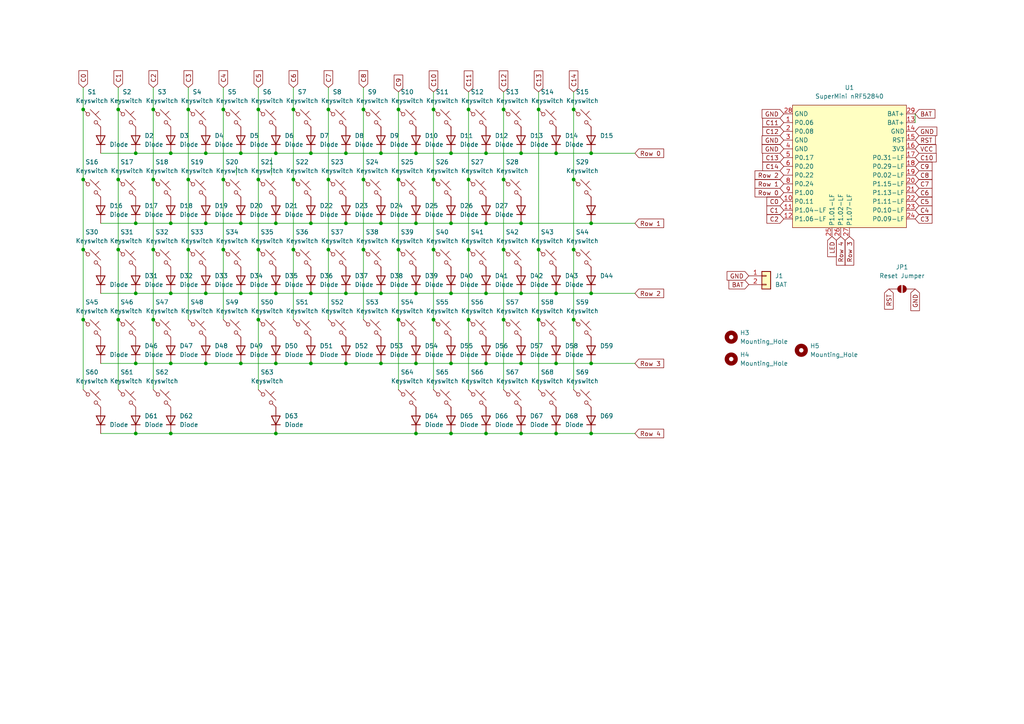
<source format=kicad_sch>
(kicad_sch (version 20250114) (generator "eeschema") (generator_version "9.0")
  (paper "A4")
  (lib_symbols
    (symbol "Connector_Generic:Conn_01x02" (pin_names (offset 1.016) (hide yes))
      (property "Reference" "J" (at 0 2.54 0))
      (property "Value" "Conn_01x02" (at 0 -5.08 0))
      (symbol "Conn_01x02_1_1"
        (pin passive line (at -5.08 0 0) (length 3.81) (name "Pin_1") (number "1"))
        (pin passive line (at -5.08 -2.54 0) (length 3.81) (name "Pin_2") (number "2"))
      )
    )
    (symbol "Jumper:SolderJumper_2_Open" (pin_numbers (hide yes)) (pin_names (offset 0) (hide yes)) (in_bom no)
      (property "Reference" "JP" (at 0 2.032 0))
      (property "Value" "SolderJumper_2_Open" (at 0 -2.54 0))
      (symbol "SolderJumper_2_Open_1_1"
        (pin passive line (at -3.81 0 0) (length 2.54) (name "A") (number "1"))
        (pin passive line (at 3.81 0 180) (length 2.54) (name "B") (number "2"))
      )
    )
    (symbol "PCM_marbastlib-promicroish:SuperMini_nRF52840" (in_bom no)
      (property "Reference" "U" (at 0 22.86 0))
      (property "Value" "SuperMini nRF52840" (at 0 20.32 0))
      (symbol "SuperMini_nRF52840_0_0"
        (pin bidirectional line (at -19.05 13.97 0) (length 2.54) (name "P0.06") (number "1"))
        (pin bidirectional line (at -19.05 11.43 0) (length 2.54) (name "P0.08") (number "2"))
        (pin power_out line (at -19.05 8.89 0) (length 2.54) (name "GND") (number "3"))
        (pin power_out line (at -19.05 6.35 0) (length 2.54) (name "GND") (number "4"))
        (pin bidirectional line (at -19.05 3.81 0) (length 2.54) (name "P0.17") (number "5"))
        (pin bidirectional line (at -19.05 1.27 0) (length 2.54) (name "P0.20") (number "6"))
        (pin bidirectional line (at -19.05 -1.27 0) (length 2.54) (name "P0.22") (number "7"))
        (pin bidirectional line (at -19.05 -3.81 0) (length 2.54) (name "P0.24") (number "8"))
        (pin bidirectional line (at -19.05 -6.35 0) (length 2.54) (name "P1.00") (number "9"))
        (pin bidirectional line (at -19.05 -8.89 0) (length 2.54) (name "P0.11") (number "10"))
        (pin bidirectional line (at -19.05 -11.43 0) (length 2.54) (name "P1.04-LF") (number "11"))
        (pin bidirectional line (at -19.05 -13.97 0) (length 2.54) (name "P1.06-LF") (number "12"))
        (pin power_out line (at 19.05 11.43 180) (length 2.54) (name "GND") (number "14"))
        (pin bidirectional line (at 19.05 8.89 180) (length 2.54) (name "RST") (number "15"))
        (pin bidirectional line (at 19.05 3.81 180) (length 2.54) (name "P0.31-LF") (number "17"))
        (pin bidirectional line (at 19.05 1.27 180) (length 2.54) (name "P0.29-LF") (number "18"))
        (pin bidirectional line (at 19.05 -1.27 180) (length 2.54) (name "P0.02-LF") (number "19"))
        (pin bidirectional line (at 19.05 -3.81 180) (length 2.54) (name "P1.15-LF") (number "20"))
        (pin bidirectional line (at 19.05 -6.35 180) (length 2.54) (name "P1.13-LF") (number "21"))
        (pin bidirectional line (at 19.05 -8.89 180) (length 2.54) (name "P1.11-LF") (number "22"))
        (pin bidirectional line (at 19.05 -13.97 180) (length 2.54) (name "P0.09-LF") (number "24"))
      )
      (symbol "SuperMini_nRF52840_1_0"
        (pin power_out line (at -19.05 16.51 0) (length 2.54) (name "GND") (number "28"))
        (pin bidirectional line (at -5.08 -19.05 90) (length 2.54) (name "P1.01-LF") (number "25"))
        (pin bidirectional line (at -2.54 -19.05 90) (length 2.54) (name "P1.02-LF") (number "26"))
        (pin bidirectional line (at 0 -19.05 90) (length 2.54) (name "P1.07-LF") (number "27"))
        (pin power_out line (at 19.05 16.51 180) (length 2.54) (name "BAT+") (number "29"))
        (pin power_out line (at 19.05 13.97 180) (length 2.54) (name "BAT+") (number "13"))
        (pin power_out line (at 19.05 6.35 180) (length 2.54) (name "3V3") (number "16"))
        (pin bidirectional line (at 19.05 -11.43 180) (length 2.54) (name "P0.10-LF") (number "23"))
      )
    )
    (symbol "ScottoKeebs:Placeholder_Diode" (pin_numbers (hide yes)) (pin_names (hide yes))
      (property "Reference" "D" (at 0 2.54 0))
      (property "Value" "Diode" (at 0 -2.54 0))
      (symbol "Placeholder_Diode_1_1"
        (pin passive line (at -3.81 0 0) (length 2.54) (name "K") (number "1"))
        (pin passive line (at 3.81 0 180) (length 2.54) (name "A") (number "2"))
      )
    )
    (symbol "ScottoKeebs:Placeholder_Keyswitch" (pin_numbers (hide yes)) (pin_names (offset 1.016) (hide yes))
      (property "Reference" "S" (at 3.048 1.016 0))
      (property "Value" "Keyswitch" (at 0 -3.81 0))
      (symbol "Placeholder_Keyswitch_0_1"
        (pin passive line (at -2.54 2.54 0) (length 0) (name "1") (number "1"))
        (pin passive line (at 2.54 -2.54 180) (length 0) (name "2") (number "2"))
      )
    )
    (symbol "ScottoKeebs:Placeholder_Mounting_Hole" (pin_names (offset 1.016))
      (property "Reference" "H" (at 0 5.08 0))
      (property "Value" "Mounting_Hole" (at 0 3.175 0))
    )
  )
  (junction (at 34.29 72.39))
  (junction (at 140.97 85.09))
  (junction (at 39.37 85.09))
  (junction (at 49.53 105.41))
  (junction (at 105.41 52.07))
  (junction (at 166.37 52.07))
  (junction (at 130.81 125.73))
  (junction (at 161.29 105.41))
  (junction (at 171.45 105.41))
  (junction (at 146.05 52.07))
  (junction (at 146.05 72.39))
  (junction (at 54.61 52.07))
  (junction (at 120.65 64.77))
  (junction (at 39.37 64.77))
  (junction (at 49.53 85.09))
  (junction (at 49.53 44.45))
  (junction (at 125.73 92.71))
  (junction (at 140.97 125.73))
  (junction (at 39.37 105.41))
  (junction (at 140.97 44.45))
  (junction (at 59.69 64.77))
  (junction (at 24.13 72.39))
  (junction (at 120.65 44.45))
  (junction (at 166.37 31.75))
  (junction (at 24.13 31.75))
  (junction (at 64.77 72.39))
  (junction (at 156.21 31.75))
  (junction (at 80.01 125.73))
  (junction (at 85.09 52.07))
  (junction (at 44.45 92.71))
  (junction (at 110.49 64.77))
  (junction (at 115.57 92.71))
  (junction (at 120.65 125.73))
  (junction (at 125.73 31.75))
  (junction (at 95.25 72.39))
  (junction (at 105.41 31.75))
  (junction (at 34.29 52.07))
  (junction (at 74.93 72.39))
  (junction (at 156.21 92.71))
  (junction (at 80.01 64.77))
  (junction (at 64.77 31.75))
  (junction (at 90.17 105.41))
  (junction (at 151.13 105.41))
  (junction (at 166.37 92.71))
  (junction (at 140.97 64.77))
  (junction (at 166.37 72.39))
  (junction (at 80.01 105.41))
  (junction (at 59.69 44.45))
  (junction (at 130.81 44.45))
  (junction (at 171.45 85.09))
  (junction (at 146.05 31.75))
  (junction (at 110.49 44.45))
  (junction (at 125.73 52.07))
  (junction (at 44.45 31.75))
  (junction (at 130.81 64.77))
  (junction (at 90.17 85.09))
  (junction (at 44.45 52.07))
  (junction (at 24.13 52.07))
  (junction (at 59.69 105.41))
  (junction (at 115.57 52.07))
  (junction (at 146.05 92.71))
  (junction (at 69.85 85.09))
  (junction (at 69.85 64.77))
  (junction (at 130.81 105.41))
  (junction (at 34.29 92.71))
  (junction (at 135.89 52.07))
  (junction (at 24.13 92.71))
  (junction (at 39.37 44.45))
  (junction (at 140.97 105.41))
  (junction (at 74.93 31.75))
  (junction (at 115.57 72.39))
  (junction (at 59.69 85.09))
  (junction (at 171.45 44.45))
  (junction (at 161.29 44.45))
  (junction (at 100.33 64.77))
  (junction (at 120.65 105.41))
  (junction (at 135.89 72.39))
  (junction (at 125.73 72.39))
  (junction (at 135.89 31.75))
  (junction (at 110.49 105.41))
  (junction (at 90.17 44.45))
  (junction (at 54.61 31.75))
  (junction (at 69.85 105.41))
  (junction (at 95.25 52.07))
  (junction (at 156.21 72.39))
  (junction (at 90.17 64.77))
  (junction (at 85.09 31.75))
  (junction (at 49.53 125.73))
  (junction (at 120.65 85.09))
  (junction (at 110.49 85.09))
  (junction (at 64.77 52.07))
  (junction (at 171.45 64.77))
  (junction (at 39.37 125.73))
  (junction (at 100.33 44.45))
  (junction (at 80.01 44.45))
  (junction (at 105.41 72.39))
  (junction (at 171.45 125.73))
  (junction (at 85.09 72.39))
  (junction (at 100.33 105.41))
  (junction (at 54.61 72.39))
  (junction (at 95.25 31.75))
  (junction (at 74.93 52.07))
  (junction (at 161.29 125.73))
  (junction (at 161.29 85.09))
  (junction (at 34.29 31.75))
  (junction (at 151.13 125.73))
  (junction (at 69.85 44.45))
  (junction (at 74.93 92.71))
  (junction (at 151.13 44.45))
  (junction (at 100.33 85.09))
  (junction (at 135.89 92.71))
  (junction (at 151.13 85.09))
  (junction (at 151.13 64.77))
  (junction (at 80.01 85.09))
  (junction (at 115.57 31.75))
  (junction (at 130.81 85.09))
  (junction (at 49.53 64.77))
  (junction (at 44.45 72.39))
  (wire (pts (xy 105.41 72.39) (xy 105.41 92.71)))
  (wire (pts (xy 29.21 64.77) (xy 39.37 64.77)))
  (wire (pts (xy 171.45 85.09) (xy 184.15 85.09)))
  (wire (pts (xy 115.57 26.67) (xy 115.57 31.75)))
  (wire (pts (xy 100.33 105.41) (xy 110.49 105.41)))
  (wire (pts (xy 64.77 25.4) (xy 64.77 31.75)))
  (wire (pts (xy 59.69 105.41) (xy 69.85 105.41)))
  (wire (pts (xy 54.61 31.75) (xy 54.61 52.07)))
  (wire (pts (xy 184.15 125.73) (xy 171.45 125.73)))
  (wire (pts (xy 78.74 45.72) (xy 78.74 50.8)))
  (wire (pts (xy 120.65 125.73) (xy 130.81 125.73)))
  (wire (pts (xy 184.15 44.45) (xy 171.45 44.45)))
  (wire (pts (xy 85.09 52.07) (xy 85.09 72.39)))
  (wire (pts (xy 64.77 31.75) (xy 64.77 52.07)))
  (wire (pts (xy 120.65 44.45) (xy 130.81 44.45)))
  (wire (pts (xy 151.13 85.09) (xy 161.29 85.09)))
  (wire (pts (xy 64.77 52.07) (xy 64.77 72.39)))
  (wire (pts (xy 166.37 26.67) (xy 166.37 31.75)))
  (wire (pts (xy 151.13 105.41) (xy 161.29 105.41)))
  (wire (pts (xy 49.53 85.09) (xy 59.69 85.09)))
  (wire (pts (xy 151.13 125.73) (xy 161.29 125.73)))
  (wire (pts (xy 39.37 125.73) (xy 49.53 125.73)))
  (wire (pts (xy 130.81 44.45) (xy 140.97 44.45)))
  (wire (pts (xy 80.01 44.45) (xy 90.17 44.45)))
  (wire (pts (xy 29.21 44.45) (xy 39.37 44.45)))
  (wire (pts (xy 130.81 85.09) (xy 140.97 85.09)))
  (wire (pts (xy 74.93 72.39) (xy 74.93 92.71)))
  (wire (pts (xy 44.45 25.4) (xy 44.45 31.75)))
  (wire (pts (xy 105.41 31.75) (xy 105.41 52.07)))
  (wire (pts (xy 69.85 105.41) (xy 80.01 105.41)))
  (wire (pts (xy 44.45 72.39) (xy 44.45 92.71)))
  (wire (pts (xy 49.53 125.73) (xy 80.01 125.73)))
  (wire (pts (xy 90.17 44.45) (xy 100.33 44.45)))
  (wire (pts (xy 110.49 44.45) (xy 120.65 44.45)))
  (wire (pts (xy 115.57 92.71) (xy 115.57 113.03)))
  (wire (pts (xy 44.45 31.75) (xy 44.45 52.07)))
  (wire (pts (xy 90.17 85.09) (xy 100.33 85.09)))
  (wire (pts (xy 140.97 105.41) (xy 151.13 105.41)))
  (wire (pts (xy 24.13 52.07) (xy 24.13 72.39)))
  (wire (pts (xy 34.29 92.71) (xy 34.29 113.03)))
  (wire (pts (xy 156.21 92.71) (xy 156.21 113.03)))
  (wire (pts (xy 69.85 44.45) (xy 80.01 44.45)))
  (wire (pts (xy 59.69 85.09) (xy 69.85 85.09)))
  (wire (pts (xy 44.45 92.71) (xy 44.45 113.03)))
  (wire (pts (xy 39.37 85.09) (xy 49.53 85.09)))
  (wire (pts (xy 161.29 105.41) (xy 171.45 105.41)))
  (wire (pts (xy 156.21 72.39) (xy 156.21 92.71)))
  (wire (pts (xy 54.61 25.4) (xy 54.61 31.75)))
  (wire (pts (xy 34.29 31.75) (xy 34.29 52.07)))
  (wire (pts (xy 80.01 105.41) (xy 90.17 105.41)))
  (wire (pts (xy 74.93 52.07) (xy 74.93 72.39)))
  (wire (pts (xy 74.93 25.4) (xy 74.93 31.75)))
  (wire (pts (xy 125.73 31.75) (xy 125.73 52.07)))
  (wire (pts (xy 110.49 64.77) (xy 120.65 64.77)))
  (wire (pts (xy 80.01 85.09) (xy 90.17 85.09)))
  (wire (pts (xy 85.09 72.39) (xy 85.09 92.71)))
  (wire (pts (xy 135.89 92.71) (xy 135.89 113.03)))
  (wire (pts (xy 39.37 105.41) (xy 49.53 105.41)))
  (wire (pts (xy 95.25 52.07) (xy 95.25 72.39)))
  (wire (pts (xy 166.37 31.75) (xy 166.37 52.07)))
  (wire (pts (xy 29.21 105.41) (xy 39.37 105.41)))
  (wire (pts (xy 39.37 64.77) (xy 49.53 64.77)))
  (wire (pts (xy 34.29 52.07) (xy 34.29 72.39)))
  (wire (pts (xy 146.05 52.07) (xy 146.05 72.39)))
  (wire (pts (xy 135.89 72.39) (xy 135.89 92.71)))
  (wire (pts (xy 90.17 105.41) (xy 100.33 105.41)))
  (wire (pts (xy 24.13 31.75) (xy 24.13 52.07)))
  (wire (pts (xy 100.33 85.09) (xy 110.49 85.09)))
  (wire (pts (xy 110.49 85.09) (xy 120.65 85.09)))
  (wire (pts (xy 151.13 64.77) (xy 171.45 64.77)))
  (wire (pts (xy 184.15 105.41) (xy 171.45 105.41)))
  (wire (pts (xy 146.05 92.71) (xy 146.05 113.03)))
  (wire (pts (xy 166.37 72.39) (xy 166.37 92.71)))
  (wire (pts (xy 44.45 52.07) (xy 44.45 72.39)))
  (wire (pts (xy 95.25 31.75) (xy 95.25 52.07)))
  (wire (pts (xy 95.25 72.39) (xy 95.25 92.71)))
  (wire (pts (xy 64.77 72.39) (xy 64.77 92.71)))
  (wire (pts (xy 80.01 125.73) (xy 120.65 125.73)))
  (wire (pts (xy 265.43 33.02) (xy 265.43 35.56)))
  (wire (pts (xy 24.13 25.4) (xy 24.13 31.75)))
  (wire (pts (xy 59.69 44.45) (xy 69.85 44.45)))
  (wire (pts (xy 125.73 52.07) (xy 125.73 72.39)))
  (wire (pts (xy 85.09 31.75) (xy 85.09 52.07)))
  (wire (pts (xy 95.25 25.4) (xy 95.25 31.75)))
  (wire (pts (xy 49.53 105.41) (xy 59.69 105.41)))
  (wire (pts (xy 146.05 72.39) (xy 146.05 92.71)))
  (wire (pts (xy 120.65 64.77) (xy 130.81 64.77)))
  (wire (pts (xy 171.45 64.77) (xy 184.15 64.77)))
  (wire (pts (xy 105.41 25.4) (xy 105.41 31.75)))
  (wire (pts (xy 39.37 44.45) (xy 49.53 44.45)))
  (wire (pts (xy 135.89 31.75) (xy 135.89 52.07)))
  (wire (pts (xy 166.37 52.07) (xy 166.37 72.39)))
  (wire (pts (xy 110.49 105.41) (xy 120.65 105.41)))
  (wire (pts (xy 161.29 85.09) (xy 171.45 85.09)))
  (wire (pts (xy 166.37 92.71) (xy 166.37 113.03)))
  (wire (pts (xy 105.41 52.07) (xy 105.41 72.39)))
  (wire (pts (xy 85.09 25.4) (xy 85.09 31.75)))
  (wire (pts (xy 115.57 52.07) (xy 115.57 72.39)))
  (wire (pts (xy 90.17 64.77) (xy 100.33 64.77)))
  (wire (pts (xy 140.97 64.77) (xy 151.13 64.77)))
  (wire (pts (xy 135.89 52.07) (xy 135.89 72.39)))
  (wire (pts (xy 24.13 72.39) (xy 24.13 92.71)))
  (wire (pts (xy 125.73 92.71) (xy 125.73 113.03)))
  (wire (pts (xy 146.05 31.75) (xy 146.05 52.07)))
  (wire (pts (xy 146.05 26.67) (xy 146.05 31.75)))
  (wire (pts (xy 135.89 26.67) (xy 135.89 31.75)))
  (wire (pts (xy 125.73 72.39) (xy 125.73 92.71)))
  (wire (pts (xy 54.61 52.07) (xy 54.61 72.39)))
  (wire (pts (xy 80.01 64.77) (xy 90.17 64.77)))
  (wire (pts (xy 120.65 85.09) (xy 130.81 85.09)))
  (wire (pts (xy 115.57 72.39) (xy 115.57 92.71)))
  (wire (pts (xy 34.29 25.4) (xy 34.29 31.75)))
  (wire (pts (xy 29.21 85.09) (xy 39.37 85.09)))
  (wire (pts (xy 69.85 85.09) (xy 80.01 85.09)))
  (wire (pts (xy 125.73 26.67) (xy 125.73 31.75)))
  (wire (pts (xy 130.81 105.41) (xy 140.97 105.41)))
  (wire (pts (xy 161.29 44.45) (xy 171.45 44.45)))
  (wire (pts (xy 74.93 92.71) (xy 74.93 113.03)))
  (wire (pts (xy 156.21 31.75) (xy 156.21 72.39)))
  (wire (pts (xy 151.13 44.45) (xy 161.29 44.45)))
  (wire (pts (xy 140.97 44.45) (xy 151.13 44.45)))
  (wire (pts (xy 69.85 64.77) (xy 80.01 64.77)))
  (wire (pts (xy 24.13 92.71) (xy 24.13 113.03)))
  (wire (pts (xy 140.97 125.73) (xy 151.13 125.73)))
  (wire (pts (xy 100.33 44.45) (xy 110.49 44.45)))
  (wire (pts (xy 34.29 72.39) (xy 34.29 92.71)))
  (wire (pts (xy 120.65 105.41) (xy 130.81 105.41)))
  (wire (pts (xy 161.29 125.73) (xy 171.45 125.73)))
  (wire (pts (xy 54.61 72.39) (xy 54.61 92.71)))
  (wire (pts (xy 100.33 64.77) (xy 110.49 64.77)))
  (wire (pts (xy 130.81 125.73) (xy 140.97 125.73)))
  (wire (pts (xy 74.93 31.75) (xy 74.93 52.07)))
  (wire (pts (xy 59.69 64.77) (xy 69.85 64.77)))
  (wire (pts (xy 29.21 125.73) (xy 39.37 125.73)))
  (wire (pts (xy 140.97 85.09) (xy 151.13 85.09)))
  (wire (pts (xy 49.53 44.45) (xy 59.69 44.45)))
  (wire (pts (xy 49.53 64.77) (xy 59.69 64.77)))
  (wire (pts (xy 156.21 26.67) (xy 156.21 31.75)))
  (wire (pts (xy 130.81 64.77) (xy 140.97 64.77)))
  (wire (pts (xy 68.58 48.26) (xy 68.58 50.8)))
  (wire (pts (xy 115.57 31.75) (xy 115.57 52.07)))
  (global_label "C4" (shape input) (at 265.43 60.96 0) (property "Intersheetrefs" "${INTERSHEET_REFS}" (effects (hide yes))))
  (global_label "GND" (shape input) (at 227.33 43.18 180) (property "Intersheetrefs" "${INTERSHEET_REFS}" (effects (hide yes))))
  (global_label "C14" (shape input) (at 227.33 48.26 180) (property "Intersheetrefs" "${INTERSHEET_REFS}" (effects (hide yes))))
  (global_label "C13" (shape input) (at 156.21 26.67 90) (property "Intersheetrefs" "${INTERSHEET_REFS}" (effects (hide yes))))
  (global_label "Row 1" (shape input) (at 184.15 64.77 0) (property "Intersheetrefs" "${INTERSHEET_REFS}" (effects (hide yes))))
  (global_label "RST" (shape input) (at 265.43 40.64 0) (property "Intersheetrefs" "${INTERSHEET_REFS}" (effects (hide yes))))
  (global_label "C0" (shape input) (at 24.13 25.4 90) (property "Intersheetrefs" "${INTERSHEET_REFS}" (effects (hide yes))))
  (global_label "GND" (shape input) (at 265.43 83.82 270) (property "Intersheetrefs" "${INTERSHEET_REFS}" (effects (hide yes))))
  (global_label "GND" (shape input) (at 227.33 33.02 180) (property "Intersheetrefs" "${INTERSHEET_REFS}" (effects (hide yes))))
  (global_label "C14" (shape input) (at 166.37 26.67 90) (property "Intersheetrefs" "${INTERSHEET_REFS}" (effects (hide yes))))
  (global_label "GND" (shape input) (at 217.17 80.01 180) (property "Intersheetrefs" "${INTERSHEET_REFS}" (effects (hide yes))))
  (global_label "C1" (shape input) (at 34.29 25.4 90) (property "Intersheetrefs" "${INTERSHEET_REFS}" (effects (hide yes))))
  (global_label "C4" (shape input) (at 64.77 25.4 90) (property "Intersheetrefs" "${INTERSHEET_REFS}" (effects (hide yes))))
  (global_label "C6" (shape input) (at 265.43 55.88 0) (property "Intersheetrefs" "${INTERSHEET_REFS}" (effects (hide yes))))
  (global_label "Row 4" (shape input) (at 184.15 125.73 0) (property "Intersheetrefs" "${INTERSHEET_REFS}" (effects (hide yes))))
  (global_label "C2" (shape input) (at 227.33 63.5 180) (property "Intersheetrefs" "${INTERSHEET_REFS}" (effects (hide yes))))
  (global_label "BAT" (shape input) (at 217.17 82.55 180) (property "Intersheetrefs" "${INTERSHEET_REFS}" (effects (hide yes))))
  (global_label "Row 1" (shape input) (at 227.33 53.34 180) (property "Intersheetrefs" "${INTERSHEET_REFS}" (effects (hide yes))))
  (global_label "Row 0" (shape input) (at 227.33 55.88 180) (property "Intersheetrefs" "${INTERSHEET_REFS}" (effects (hide yes))))
  (global_label "C6" (shape input) (at 85.09 25.4 90) (property "Intersheetrefs" "${INTERSHEET_REFS}" (effects (hide yes))))
  (global_label "C3" (shape input) (at 265.43 63.5 0) (property "Intersheetrefs" "${INTERSHEET_REFS}" (effects (hide yes))))
  (global_label "C1" (shape input) (at 227.33 60.96 180) (property "Intersheetrefs" "${INTERSHEET_REFS}" (effects (hide yes))))
  (global_label "C11" (shape input) (at 227.33 35.56 180) (property "Intersheetrefs" "${INTERSHEET_REFS}" (effects (hide yes))))
  (global_label "C5" (shape input) (at 265.43 58.42 0) (property "Intersheetrefs" "${INTERSHEET_REFS}" (effects (hide yes))))
  (global_label "VCC" (shape input) (at 265.43 43.18 0) (property "Intersheetrefs" "${INTERSHEET_REFS}" (effects (hide yes))))
  (global_label "C10" (shape input) (at 265.43 45.72 0) (property "Intersheetrefs" "${INTERSHEET_REFS}" (effects (hide yes))))
  (global_label "C8" (shape input) (at 265.43 50.8 0) (property "Intersheetrefs" "${INTERSHEET_REFS}" (effects (hide yes))))
  (global_label "C5" (shape input) (at 74.93 25.4 90) (property "Intersheetrefs" "${INTERSHEET_REFS}" (effects (hide yes))))
  (global_label "C9" (shape input) (at 115.57 26.67 90) (property "Intersheetrefs" "${INTERSHEET_REFS}" (effects (hide yes))))
  (global_label "Row 2" (shape input) (at 227.33 50.8 180) (property "Intersheetrefs" "${INTERSHEET_REFS}" (effects (hide yes))))
  (global_label "GND" (shape input) (at 265.43 38.1 0) (property "Intersheetrefs" "${INTERSHEET_REFS}" (effects (hide yes))))
  (global_label "Row 0" (shape input) (at 184.15 44.45 0) (property "Intersheetrefs" "${INTERSHEET_REFS}" (effects (hide yes))))
  (global_label "C12" (shape input) (at 146.05 26.67 90) (property "Intersheetrefs" "${INTERSHEET_REFS}" (effects (hide yes))))
  (global_label "C10" (shape input) (at 125.73 26.67 90) (property "Intersheetrefs" "${INTERSHEET_REFS}" (effects (hide yes))))
  (global_label "RST" (shape input) (at 257.81 83.82 270) (property "Intersheetrefs" "${INTERSHEET_REFS}" (effects (hide yes))))
  (global_label "C8" (shape input) (at 105.41 25.4 90) (property "Intersheetrefs" "${INTERSHEET_REFS}" (effects (hide yes))))
  (global_label "C11" (shape input) (at 135.89 26.67 90) (property "Intersheetrefs" "${INTERSHEET_REFS}" (effects (hide yes))))
  (global_label "LED" (shape input) (at 241.3 68.58 270) (property "Intersheetrefs" "${INTERSHEET_REFS}" (effects (hide yes))))
  (global_label "C0" (shape input) (at 227.33 58.42 180) (property "Intersheetrefs" "${INTERSHEET_REFS}" (effects (hide yes))))
  (global_label "C2" (shape input) (at 44.45 25.4 90) (property "Intersheetrefs" "${INTERSHEET_REFS}" (effects (hide yes))))
  (global_label "C9" (shape input) (at 265.43 48.26 0) (property "Intersheetrefs" "${INTERSHEET_REFS}" (effects (hide yes))))
  (global_label "C7" (shape input) (at 265.43 53.34 0) (property "Intersheetrefs" "${INTERSHEET_REFS}" (effects (hide yes))))
  (global_label "C7" (shape input) (at 95.25 25.4 90) (property "Intersheetrefs" "${INTERSHEET_REFS}" (effects (hide yes))))
  (global_label "Row 2" (shape input) (at 184.15 85.09 0) (property "Intersheetrefs" "${INTERSHEET_REFS}" (effects (hide yes))))
  (global_label "Row 3" (shape input) (at 246.38 68.58 270) (property "Intersheetrefs" "${INTERSHEET_REFS}" (effects (hide yes))))
  (global_label "C3" (shape input) (at 54.61 25.4 90) (property "Intersheetrefs" "${INTERSHEET_REFS}" (effects (hide yes))))
  (global_label "Row 3" (shape input) (at 184.15 105.41 0) (property "Intersheetrefs" "${INTERSHEET_REFS}" (effects (hide yes))))
  (global_label "BAT" (shape input) (at 265.43 33.02 0) (property "Intersheetrefs" "${INTERSHEET_REFS}" (effects (hide yes))))
  (global_label "C12" (shape input) (at 227.33 38.1 180) (property "Intersheetrefs" "${INTERSHEET_REFS}" (effects (hide yes))))
  (global_label "Row 4" (shape input) (at 243.84 68.58 270) (property "Intersheetrefs" "${INTERSHEET_REFS}" (effects (hide yes))))
  (global_label "GND" (shape input) (at 227.33 40.64 180) (property "Intersheetrefs" "${INTERSHEET_REFS}" (effects (hide yes))))
  (global_label "C13" (shape input) (at 227.33 45.72 180) (property "Intersheetrefs" "${INTERSHEET_REFS}" (effects (hide yes))))
  (symbol (lib_id "ScottoKeebs:Placeholder_Keyswitch") (at 87.63 34.29 0) (unit 1)
    (property "Reference" "S7" (at 87.63 26.67 0))
    (property "Value" "Keyswitch" (at 87.63 29.21 0))
    (property "Footprint" "ScottoKeebs_MX:MX_PCB_1.00u" (effects (hide yes)))
    (property "Description" "Push button switch, normally open, two pins, 45° tilted" (effects (hide yes)))
  )
  (symbol (lib_id "ScottoKeebs:Placeholder_Keyswitch") (at 158.75 115.57 0) (unit 1)
    (property "Reference" "S68" (at 158.75 107.95 0))
    (property "Value" "Keyswitch" (at 158.75 110.49 0))
    (property "Footprint" "ScottoKeebs_MX:MX_PCB_1.00u" (effects (hide yes)))
    (property "Description" "Push button switch, normally open, two pins, 45° tilted" (effects (hide yes)))
  )
  (symbol (lib_id "ScottoKeebs:Placeholder_Diode") (at 39.37 121.92 90) (unit 1)
    (property "Reference" "D61" (at 41.91 120.6499 90) (effects (justify right)))
    (property "Value" "Diode" (at 41.91 123.1899 90) (effects (justify right)))
    (property "Footprint" "scotto components:Diode_DO-35" (effects (hide yes)))
    (property "Description" "1N4148 (DO-35) or 1N4148W (SOD-123)" (effects (hide yes)))
    (property "Sim.Device" "D" (effects (hide yes)))
    (property "Sim.Pins" "1=K 2=A" (effects (hide yes)))
  )
  (symbol (lib_id "ScottoKeebs:Placeholder_Keyswitch") (at 148.59 54.61 0) (unit 1)
    (property "Reference" "S28" (at 148.59 46.99 0))
    (property "Value" "Keyswitch" (at 148.59 49.53 0))
    (property "Footprint" "ScottoKeebs_MX:MX_PCB_1.00u" (effects (hide yes)))
    (property "Description" "Push button switch, normally open, two pins, 45° tilted" (effects (hide yes)))
  )
  (symbol (lib_id "ScottoKeebs:Placeholder_Keyswitch") (at 168.91 95.25 0) (unit 1)
    (property "Reference" "S59" (at 168.91 87.63 0))
    (property "Value" "Keyswitch" (at 168.91 90.17 0))
    (property "Footprint" "ScottoKeebs_MX:MX_PCB_1.00u" (effects (hide yes)))
    (property "Description" "Push button switch, normally open, two pins, 45° tilted" (effects (hide yes)))
  )
  (symbol (lib_id "ScottoKeebs:Placeholder_Diode") (at 49.53 60.96 90) (unit 1)
    (property "Reference" "D18" (at 52.07 59.6899 90) (effects (justify right)))
    (property "Value" "Diode" (at 52.07 62.2299 90) (effects (justify right)))
    (property "Footprint" "scotto components:Diode_DO-35" (effects (hide yes)))
    (property "Description" "1N4148 (DO-35) or 1N4148W (SOD-123)" (effects (hide yes)))
    (property "Sim.Device" "D" (effects (hide yes)))
    (property "Sim.Pins" "1=K 2=A" (effects (hide yes)))
  )
  (symbol (lib_id "ScottoKeebs:Placeholder_Keyswitch") (at 87.63 74.93 0) (unit 1)
    (property "Reference" "S36" (at 87.63 67.31 0))
    (property "Value" "Keyswitch" (at 87.63 69.85 0))
    (property "Footprint" "ScottoKeebs_MX:MX_PCB_1.00u" (effects (hide yes)))
    (property "Description" "Push button switch, normally open, two pins, 45° tilted" (effects (hide yes)))
  )
  (symbol (lib_id "ScottoKeebs:Placeholder_Keyswitch") (at 77.47 74.93 0) (unit 1)
    (property "Reference" "S35" (at 77.47 67.31 0))
    (property "Value" "Keyswitch" (at 77.47 69.85 0))
    (property "Footprint" "ScottoKeebs_MX:MX_PCB_1.00u" (effects (hide yes)))
    (property "Description" "Push button switch, normally open, two pins, 45° tilted" (effects (hide yes)))
  )
  (symbol (lib_id "ScottoKeebs:Placeholder_Diode") (at 130.81 101.6 90) (unit 1)
    (property "Reference" "D55" (at 133.35 100.3299 90) (effects (justify right)))
    (property "Value" "Diode" (at 133.35 102.8699 90) (effects (justify right)))
    (property "Footprint" "scotto components:Diode_DO-35" (effects (hide yes)))
    (property "Description" "1N4148 (DO-35) or 1N4148W (SOD-123)" (effects (hide yes)))
    (property "Sim.Device" "D" (effects (hide yes)))
    (property "Sim.Pins" "1=K 2=A" (effects (hide yes)))
  )
  (symbol (lib_id "ScottoKeebs:Placeholder_Diode") (at 161.29 101.6 90) (unit 1)
    (property "Reference" "D58" (at 163.83 100.3299 90) (effects (justify right)))
    (property "Value" "Diode" (at 163.83 102.8699 90) (effects (justify right)))
    (property "Footprint" "scotto components:Diode_DO-35" (effects (hide yes)))
    (property "Description" "1N4148 (DO-35) or 1N4148W (SOD-123)" (effects (hide yes)))
    (property "Sim.Device" "D" (effects (hide yes)))
    (property "Sim.Pins" "1=K 2=A" (effects (hide yes)))
  )
  (symbol (lib_id "ScottoKeebs:Placeholder_Diode") (at 59.69 60.96 90) (unit 1)
    (property "Reference" "D19" (at 62.23 59.6899 90) (effects (justify right)))
    (property "Value" "Diode" (at 62.23 62.2299 90) (effects (justify right)))
    (property "Footprint" "scotto components:Diode_DO-35" (effects (hide yes)))
    (property "Description" "1N4148 (DO-35) or 1N4148W (SOD-123)" (effects (hide yes)))
    (property "Sim.Device" "D" (effects (hide yes)))
    (property "Sim.Pins" "1=K 2=A" (effects (hide yes)))
  )
  (symbol (lib_id "ScottoKeebs:Placeholder_Diode") (at 140.97 81.28 90) (unit 1)
    (property "Reference" "D41" (at 143.51 80.0099 90) (effects (justify right)))
    (property "Value" "Diode" (at 143.51 82.5499 90) (effects (justify right)))
    (property "Footprint" "scotto components:Diode_DO-35" (effects (hide yes)))
    (property "Description" "1N4148 (DO-35) or 1N4148W (SOD-123)" (effects (hide yes)))
    (property "Sim.Device" "D" (effects (hide yes)))
    (property "Sim.Pins" "1=K 2=A" (effects (hide yes)))
  )
  (symbol (lib_id "ScottoKeebs:Placeholder_Keyswitch") (at 168.91 74.93 0) (unit 1)
    (property "Reference" "S44" (at 168.91 67.31 0))
    (property "Value" "Keyswitch" (at 168.91 69.85 0))
    (property "Footprint" "ScottoKeebs_MX:MX_PCB_1.00u" (effects (hide yes)))
    (property "Description" "Push button switch, normally open, two pins, 45° tilted" (effects (hide yes)))
  )
  (symbol (lib_id "ScottoKeebs:Placeholder_Diode") (at 80.01 101.6 90) (unit 1)
    (property "Reference" "D50" (at 82.55 100.3299 90) (effects (justify right)))
    (property "Value" "Diode" (at 82.55 102.8699 90) (effects (justify right)))
    (property "Footprint" "scotto components:Diode_DO-35" (effects (hide yes)))
    (property "Description" "1N4148 (DO-35) or 1N4148W (SOD-123)" (effects (hide yes)))
    (property "Sim.Device" "D" (effects (hide yes)))
    (property "Sim.Pins" "1=K 2=A" (effects (hide yes)))
  )
  (symbol (lib_id "ScottoKeebs:Placeholder_Keyswitch") (at 148.59 95.25 0) (unit 1)
    (property "Reference" "S57" (at 148.59 87.63 0))
    (property "Value" "Keyswitch" (at 148.59 90.17 0))
    (property "Footprint" "ScottoKeebs_MX:MX_PCB_1.75u" (effects (hide yes)))
    (property "Description" "Push button switch, normally open, two pins, 45° tilted" (effects (hide yes)))
  )
  (symbol (lib_id "PCM_marbastlib-promicroish:SuperMini_nRF52840") (at 246.38 49.53 0) (unit 1) (in_bom no)
    (property "Reference" "U1" (at 246.38 25.4 0))
    (property "Value" "SuperMini nRF52840" (at 246.38 27.94 0))
    (property "Footprint" "PCM_marbastlib-xp-promicroish:SuperMini_nRF52840_AH_Reversible" (effects (hide yes)))
    (property "Datasheet" "https://wiki.icbbuy.com/doku.php?id=developmentboard:nrf52840" (effects (hide yes)))
    (property "Description" "Symbol for an nicekeyboards nice!nano" (effects (hide yes)))
  )
  (symbol (lib_id "ScottoKeebs:Placeholder_Keyswitch") (at 77.47 115.57 0) (unit 1)
    (property "Reference" "S63" (at 77.47 107.95 0))
    (property "Value" "Keyswitch" (at 77.47 110.49 0))
    (property "Footprint" "ScottoKeebs_MX:MX_PCB_6.25u" (effects (hide yes)))
    (property "Description" "Push button switch, normally open, two pins, 45° tilted" (effects (hide yes)))
  )
  (symbol (lib_id "ScottoKeebs:Placeholder_Keyswitch") (at 107.95 74.93 0) (unit 1)
    (property "Reference" "S38" (at 107.95 67.31 0))
    (property "Value" "Keyswitch" (at 107.95 69.85 0))
    (property "Footprint" "ScottoKeebs_MX:MX_PCB_1.00u" (effects (hide yes)))
    (property "Description" "Push button switch, normally open, two pins, 45° tilted" (effects (hide yes)))
  )
  (symbol (lib_id "ScottoKeebs:Placeholder_Keyswitch") (at 158.75 34.29 0) (unit 1)
    (property "Reference" "S14" (at 158.75 26.67 0))
    (property "Value" "Keyswitch" (at 158.75 29.21 0))
    (property "Footprint" "ScottoKeebs_MX:MX_PCB_2.00u" (effects (hide yes)))
    (property "Description" "Push button switch, normally open, two pins, 45° tilted" (effects (hide yes)))
  )
  (symbol (lib_id "Jumper:SolderJumper_2_Open") (at 261.62 83.82 0) (unit 1) (in_bom no)
    (property "Reference" "JP1" (at 261.62 77.47 0))
    (property "Value" "Reset Jumper" (at 261.62 80.01 0))
    (property "Footprint" "Jumper:SolderJumper-2_P1.3mm_Open_RoundedPad1.0x1.5mm" (effects (hide yes)))
    (property "Description" "Solder Jumper, 2-pole, open" (effects (hide yes)))
  )
  (symbol (lib_id "ScottoKeebs:Placeholder_Diode") (at 39.37 40.64 90) (unit 1)
    (property "Reference" "D2" (at 41.91 39.3699 90) (effects (justify right)))
    (property "Value" "Diode" (at 41.91 41.9099 90) (effects (justify right)))
    (property "Footprint" "scotto components:Diode_DO-35" (effects (hide yes)))
    (property "Description" "1N4148 (DO-35) or 1N4148W (SOD-123)" (effects (hide yes)))
    (property "Sim.Device" "D" (effects (hide yes)))
    (property "Sim.Pins" "1=K 2=A" (effects (hide yes)))
  )
  (symbol (lib_id "ScottoKeebs:Placeholder_Diode") (at 59.69 101.6 90) (unit 1)
    (property "Reference" "D48" (at 62.23 100.3299 90) (effects (justify right)))
    (property "Value" "Diode" (at 62.23 102.8699 90) (effects (justify right)))
    (property "Footprint" "scotto components:Diode_DO-35" (effects (hide yes)))
    (property "Description" "1N4148 (DO-35) or 1N4148W (SOD-123)" (effects (hide yes)))
    (property "Sim.Device" "D" (effects (hide yes)))
    (property "Sim.Pins" "1=K 2=A" (effects (hide yes)))
  )
  (symbol (lib_id "ScottoKeebs:Placeholder_Diode") (at 110.49 81.28 90) (unit 1)
    (property "Reference" "D38" (at 113.03 80.0099 90) (effects (justify right)))
    (property "Value" "Diode" (at 113.03 82.5499 90) (effects (justify right)))
    (property "Footprint" "scotto components:Diode_DO-35" (effects (hide yes)))
    (property "Description" "1N4148 (DO-35) or 1N4148W (SOD-123)" (effects (hide yes)))
    (property "Sim.Device" "D" (effects (hide yes)))
    (property "Sim.Pins" "1=K 2=A" (effects (hide yes)))
  )
  (symbol (lib_id "ScottoKeebs:Placeholder_Diode") (at 90.17 81.28 90) (unit 1)
    (property "Reference" "D36" (at 92.71 80.0099 90) (effects (justify right)))
    (property "Value" "Diode" (at 92.71 82.5499 90) (effects (justify right)))
    (property "Footprint" "scotto components:Diode_DO-35" (effects (hide yes)))
    (property "Description" "1N4148 (DO-35) or 1N4148W (SOD-123)" (effects (hide yes)))
    (property "Sim.Device" "D" (effects (hide yes)))
    (property "Sim.Pins" "1=K 2=A" (effects (hide yes)))
  )
  (symbol (lib_id "ScottoKeebs:Placeholder_Keyswitch") (at 107.95 54.61 0) (unit 1)
    (property "Reference" "S24" (at 107.95 46.99 0))
    (property "Value" "Keyswitch" (at 107.95 49.53 0))
    (property "Footprint" "ScottoKeebs_MX:MX_PCB_1.00u" (effects (hide yes)))
    (property "Description" "Push button switch, normally open, two pins, 45° tilted" (effects (hide yes)))
  )
  (symbol (lib_id "ScottoKeebs:Placeholder_Diode") (at 110.49 40.64 90) (unit 1)
    (property "Reference" "D9" (at 113.03 39.3699 90) (effects (justify right)))
    (property "Value" "Diode" (at 113.03 41.9099 90) (effects (justify right)))
    (property "Footprint" "scotto components:Diode_DO-35" (effects (hide yes)))
    (property "Description" "1N4148 (DO-35) or 1N4148W (SOD-123)" (effects (hide yes)))
    (property "Sim.Device" "D" (effects (hide yes)))
    (property "Sim.Pins" "1=K 2=A" (effects (hide yes)))
  )
  (symbol (lib_id "ScottoKeebs:Placeholder_Keyswitch") (at 148.59 115.57 0) (unit 1)
    (property "Reference" "S67" (at 148.59 107.95 0))
    (property "Value" "Keyswitch" (at 148.59 110.49 0))
    (property "Footprint" "ScottoKeebs_MX:MX_PCB_1.00u" (effects (hide yes)))
    (property "Description" "Push button switch, normally open, two pins, 45° tilted" (effects (hide yes)))
  )
  (symbol (lib_id "ScottoKeebs:Placeholder_Diode") (at 120.65 121.92 90) (unit 1)
    (property "Reference" "D64" (at 123.19 120.6499 90) (effects (justify right)))
    (property "Value" "Diode" (at 123.19 123.1899 90) (effects (justify right)))
    (property "Footprint" "scotto components:Diode_DO-35" (effects (hide yes)))
    (property "Description" "1N4148 (DO-35) or 1N4148W (SOD-123)" (effects (hide yes)))
    (property "Sim.Device" "D" (effects (hide yes)))
    (property "Sim.Pins" "1=K 2=A" (effects (hide yes)))
  )
  (symbol (lib_id "ScottoKeebs:Placeholder_Diode") (at 151.13 121.92 90) (unit 1)
    (property "Reference" "D67" (at 153.67 120.6499 90) (effects (justify right)))
    (property "Value" "Diode" (at 153.67 123.1899 90) (effects (justify right)))
    (property "Footprint" "scotto components:Diode_DO-35" (effects (hide yes)))
    (property "Description" "1N4148 (DO-35) or 1N4148W (SOD-123)" (effects (hide yes)))
    (property "Sim.Device" "D" (effects (hide yes)))
    (property "Sim.Pins" "1=K 2=A" (effects (hide yes)))
  )
  (symbol (lib_id "ScottoKeebs:Placeholder_Keyswitch") (at 57.15 74.93 0) (unit 1)
    (property "Reference" "S33" (at 57.15 67.31 0))
    (property "Value" "Keyswitch" (at 57.15 69.85 0))
    (property "Footprint" "ScottoKeebs_MX:MX_PCB_1.00u" (effects (hide yes)))
    (property "Description" "Push button switch, normally open, two pins, 45° tilted" (effects (hide yes)))
  )
  (symbol (lib_id "ScottoKeebs:Placeholder_Keyswitch") (at 46.99 54.61 0) (unit 1)
    (property "Reference" "S18" (at 46.99 46.99 0))
    (property "Value" "Keyswitch" (at 46.99 49.53 0))
    (property "Footprint" "ScottoKeebs_MX:MX_PCB_1.00u" (effects (hide yes)))
    (property "Description" "Push button switch, normally open, two pins, 45° tilted" (effects (hide yes)))
  )
  (symbol (lib_id "ScottoKeebs:Placeholder_Keyswitch") (at 158.75 74.93 0) (unit 1)
    (property "Reference" "S43" (at 158.75 67.31 0))
    (property "Value" "Keyswitch" (at 158.75 69.85 0))
    (property "Footprint" "ScottoKeebs_MX:MX_PCB_ISOEnter" (effects (hide yes)))
    (property "Description" "Push button switch, normally open, two pins, 45° tilted" (effects (hide yes)))
  )
  (symbol (lib_id "ScottoKeebs:Placeholder_Keyswitch") (at 97.79 54.61 0) (unit 1)
    (property "Reference" "S23" (at 97.79 46.99 0))
    (property "Value" "Keyswitch" (at 97.79 49.53 0))
    (property "Footprint" "ScottoKeebs_MX:MX_PCB_1.00u" (effects (hide yes)))
    (property "Description" "Push button switch, normally open, two pins, 45° tilted" (effects (hide yes)))
  )
  (symbol (lib_id "ScottoKeebs:Placeholder_Diode") (at 90.17 60.96 90) (unit 1)
    (property "Reference" "D22" (at 92.71 59.6899 90) (effects (justify right)))
    (property "Value" "Diode" (at 92.71 62.2299 90) (effects (justify right)))
    (property "Footprint" "scotto components:Diode_DO-35" (effects (hide yes)))
    (property "Description" "1N4148 (DO-35) or 1N4148W (SOD-123)" (effects (hide yes)))
    (property "Sim.Device" "D" (effects (hide yes)))
    (property "Sim.Pins" "1=K 2=A" (effects (hide yes)))
  )
  (symbol (lib_id "ScottoKeebs:Placeholder_Keyswitch") (at 77.47 95.25 0) (unit 1)
    (property "Reference" "S50" (at 77.47 87.63 0))
    (property "Value" "Keyswitch" (at 77.47 90.17 0))
    (property "Footprint" "ScottoKeebs_MX:MX_PCB_1.00u" (effects (hide yes)))
    (property "Description" "Push button switch, normally open, two pins, 45° tilted" (effects (hide yes)))
  )
  (symbol (lib_id "ScottoKeebs:Placeholder_Diode") (at 161.29 121.92 90) (unit 1)
    (property "Reference" "D68" (at 163.83 120.6499 90) (effects (justify right)))
    (property "Value" "Diode" (at 163.83 123.1899 90) (effects (justify right)))
    (property "Footprint" "scotto components:Diode_DO-35" (effects (hide yes)))
    (property "Description" "1N4148 (DO-35) or 1N4148W (SOD-123)" (effects (hide yes)))
    (property "Sim.Device" "D" (effects (hide yes)))
    (property "Sim.Pins" "1=K 2=A" (effects (hide yes)))
  )
  (symbol (lib_id "ScottoKeebs:Placeholder_Keyswitch") (at 26.67 74.93 0) (unit 1)
    (property "Reference" "S30" (at 26.67 67.31 0))
    (property "Value" "Keyswitch" (at 26.67 69.85 0))
    (property "Footprint" "ScottoKeebs_MX:MX_PCB_1.75u" (effects (hide yes)))
    (property "Description" "Push button switch, normally open, two pins, 45° tilted" (effects (hide yes)))
  )
  (symbol (lib_id "ScottoKeebs:Placeholder_Diode") (at 49.53 121.92 90) (unit 1)
    (property "Reference" "D62" (at 52.07 120.6499 90) (effects (justify right)))
    (property "Value" "Diode" (at 52.07 123.1899 90) (effects (justify right)))
    (property "Footprint" "scotto components:Diode_DO-35" (effects (hide yes)))
    (property "Description" "1N4148 (DO-35) or 1N4148W (SOD-123)" (effects (hide yes)))
    (property "Sim.Device" "D" (effects (hide yes)))
    (property "Sim.Pins" "1=K 2=A" (effects (hide yes)))
  )
  (symbol (lib_id "ScottoKeebs:Placeholder_Keyswitch") (at 97.79 95.25 0) (unit 1)
    (property "Reference" "S52" (at 97.79 87.63 0))
    (property "Value" "Keyswitch" (at 97.79 90.17 0))
    (property "Footprint" "ScottoKeebs_MX:MX_PCB_1.00u" (effects (hide yes)))
    (property "Description" "Push button switch, normally open, two pins, 45° tilted" (effects (hide yes)))
  )
  (symbol (lib_id "ScottoKeebs:Placeholder_Diode") (at 161.29 40.64 90) (unit 1)
    (property "Reference" "D14" (at 163.83 39.3699 90) (effects (justify right)))
    (property "Value" "Diode" (at 163.83 41.9099 90) (effects (justify right)))
    (property "Footprint" "scotto components:Diode_DO-35" (effects (hide yes)))
    (property "Description" "1N4148 (DO-35) or 1N4148W (SOD-123)" (effects (hide yes)))
    (property "Sim.Device" "D" (effects (hide yes)))
    (property "Sim.Pins" "1=K 2=A" (effects (hide yes)))
  )
  (symbol (lib_id "ScottoKeebs:Placeholder_Mounting_Hole") (at 212.09 104.14 0) (unit 1)
    (property "Reference" "H4" (at 214.63 102.8699 0) (effects (justify left)))
    (property "Value" "Mounting_Hole" (at 214.63 105.4099 0) (effects (justify left)))
    (property "Footprint" "ScottoKeebs_Miscellaneous:Mounting_Hole Pad" (effects (hide yes)))
    (property "Description" "Mounting Hole without connection" (effects (hide yes)))
  )
  (symbol (lib_id "ScottoKeebs:Placeholder_Keyswitch") (at 87.63 54.61 0) (unit 1)
    (property "Reference" "S22" (at 87.63 46.99 0))
    (property "Value" "Keyswitch" (at 87.63 49.53 0))
    (property "Footprint" "ScottoKeebs_MX:MX_PCB_1.00u" (effects (hide yes)))
    (property "Description" "Push button switch, normally open, two pins, 45° tilted" (effects (hide yes)))
  )
  (symbol (lib_id "ScottoKeebs:Placeholder_Keyswitch") (at 138.43 34.29 0) (unit 1)
    (property "Reference" "S12" (at 138.43 26.67 0))
    (property "Value" "Keyswitch" (at 138.43 29.21 0))
    (property "Footprint" "ScottoKeebs_MX:MX_PCB_1.00u" (effects (hide yes)))
    (property "Description" "Push button switch, normally open, two pins, 45° tilted" (effects (hide yes)))
  )
  (symbol (lib_id "ScottoKeebs:Placeholder_Diode") (at 90.17 40.64 90) (unit 1)
    (property "Reference" "D7" (at 92.71 39.3699 90) (effects (justify right)))
    (property "Value" "Diode" (at 92.71 41.9099 90) (effects (justify right)))
    (property "Footprint" "scotto components:Diode_DO-35" (effects (hide yes)))
    (property "Description" "1N4148 (DO-35) or 1N4148W (SOD-123)" (effects (hide yes)))
    (property "Sim.Device" "D" (effects (hide yes)))
    (property "Sim.Pins" "1=K 2=A" (effects (hide yes)))
  )
  (symbol (lib_id "ScottoKeebs:Placeholder_Diode") (at 59.69 40.64 90) (unit 1)
    (property "Reference" "D4" (at 62.23 39.3699 90) (effects (justify right)))
    (property "Value" "Diode" (at 62.23 41.9099 90) (effects (justify right)))
    (property "Footprint" "scotto components:Diode_DO-35" (effects (hide yes)))
    (property "Description" "1N4148 (DO-35) or 1N4148W (SOD-123)" (effects (hide yes)))
    (property "Sim.Device" "D" (effects (hide yes)))
    (property "Sim.Pins" "1=K 2=A" (effects (hide yes)))
  )
  (symbol (lib_id "ScottoKeebs:Placeholder_Keyswitch") (at 168.91 54.61 0) (unit 1)
    (property "Reference" "S29" (at 168.91 46.99 0))
    (property "Value" "Keyswitch" (at 168.91 49.53 0))
    (property "Footprint" "ScottoKeebs_MX:MX_PCB_1.00u" (effects (hide yes)))
    (property "Description" "Push button switch, normally open, two pins, 45° tilted" (effects (hide yes)))
  )
  (symbol (lib_id "ScottoKeebs:Placeholder_Keyswitch") (at 107.95 34.29 0) (unit 1)
    (property "Reference" "S9" (at 107.95 26.67 0))
    (property "Value" "Keyswitch" (at 107.95 29.21 0))
    (property "Footprint" "ScottoKeebs_MX:MX_PCB_1.00u" (effects (hide yes)))
    (property "Description" "Push button switch, normally open, two pins, 45° tilted" (effects (hide yes)))
  )
  (symbol (lib_id "ScottoKeebs:Placeholder_Diode") (at 39.37 101.6 90) (unit 1)
    (property "Reference" "D46" (at 41.91 100.3299 90) (effects (justify right)))
    (property "Value" "Diode" (at 41.91 102.8699 90) (effects (justify right)))
    (property "Footprint" "scotto components:Diode_DO-35" (effects (hide yes)))
    (property "Description" "1N4148 (DO-35) or 1N4148W (SOD-123)" (effects (hide yes)))
    (property "Sim.Device" "D" (effects (hide yes)))
    (property "Sim.Pins" "1=K 2=A" (effects (hide yes)))
  )
  (symbol (lib_id "ScottoKeebs:Placeholder_Diode") (at 80.01 121.92 90) (unit 1)
    (property "Reference" "D63" (at 82.55 120.6499 90) (effects (justify right)))
    (property "Value" "Diode" (at 82.55 123.1899 90) (effects (justify right)))
    (property "Footprint" "scotto components:Diode_DO-35" (effects (hide yes)))
    (property "Description" "1N4148 (DO-35) or 1N4148W (SOD-123)" (effects (hide yes)))
    (property "Sim.Device" "D" (effects (hide yes)))
    (property "Sim.Pins" "1=K 2=A" (effects (hide yes)))
  )
  (symbol (lib_id "ScottoKeebs:Placeholder_Diode") (at 130.81 60.96 90) (unit 1)
    (property "Reference" "D26" (at 133.35 59.6899 90) (effects (justify right)))
    (property "Value" "Diode" (at 133.35 62.2299 90) (effects (justify right)))
    (property "Footprint" "scotto components:Diode_DO-35" (effects (hide yes)))
    (property "Description" "1N4148 (DO-35) or 1N4148W (SOD-123)" (effects (hide yes)))
    (property "Sim.Device" "D" (effects (hide yes)))
    (property "Sim.Pins" "1=K 2=A" (effects (hide yes)))
  )
  (symbol (lib_id "ScottoKeebs:Placeholder_Diode") (at 69.85 60.96 90) (unit 1)
    (property "Reference" "D20" (at 72.39 59.6899 90) (effects (justify right)))
    (property "Value" "Diode" (at 72.39 62.2299 90) (effects (justify right)))
    (property "Footprint" "scotto components:Diode_DO-35" (effects (hide yes)))
    (property "Description" "1N4148 (DO-35) or 1N4148W (SOD-123)" (effects (hide yes)))
    (property "Sim.Device" "D" (effects (hide yes)))
    (property "Sim.Pins" "1=K 2=A" (effects (hide yes)))
  )
  (symbol (lib_id "ScottoKeebs:Placeholder_Mounting_Hole") (at 212.09 97.79 0) (unit 1)
    (property "Reference" "H3" (at 214.63 96.5199 0) (effects (justify left)))
    (property "Value" "Mounting_Hole" (at 214.63 99.0599 0) (effects (justify left)))
    (property "Footprint" "ScottoKeebs_Miscellaneous:Mounting_Hole Pad" (effects (hide yes)))
    (property "Description" "Mounting Hole without connection" (effects (hide yes)))
  )
  (symbol (lib_id "ScottoKeebs:Placeholder_Diode") (at 29.21 121.92 90) (unit 1)
    (property "Reference" "D60" (effects (hide yes)))
    (property "Value" "Diode" (at 31.75 123.1899 90) (effects (justify right)))
    (property "Footprint" "scotto components:Diode_DO-35" (effects (hide yes)))
    (property "Description" "1N4148 (DO-35) or 1N4148W (SOD-123)" (effects (hide yes)))
    (property "Sim.Device" "D" (effects (hide yes)))
    (property "Sim.Pins" "1=K 2=A" (effects (hide yes)))
  )
  (symbol (lib_id "ScottoKeebs:Placeholder_Diode") (at 100.33 81.28 90) (unit 1)
    (property "Reference" "D37" (at 102.87 80.0099 90) (effects (justify right)))
    (property "Value" "Diode" (at 102.87 82.5499 90) (effects (justify right)))
    (property "Footprint" "scotto components:Diode_DO-35" (effects (hide yes)))
    (property "Description" "1N4148 (DO-35) or 1N4148W (SOD-123)" (effects (hide yes)))
    (property "Sim.Device" "D" (effects (hide yes)))
    (property "Sim.Pins" "1=K 2=A" (effects (hide yes)))
  )
  (symbol (lib_id "ScottoKeebs:Placeholder_Keyswitch") (at 97.79 34.29 0) (unit 1)
    (property "Reference" "S8" (at 97.79 26.67 0))
    (property "Value" "Keyswitch" (at 97.79 29.21 0))
    (property "Footprint" "ScottoKeebs_MX:MX_PCB_1.00u" (effects (hide yes)))
    (property "Description" "Push button switch, normally open, two pins, 45° tilted" (effects (hide yes)))
  )
  (symbol (lib_id "ScottoKeebs:Placeholder_Keyswitch") (at 128.27 74.93 0) (unit 1)
    (property "Reference" "S40" (at 128.27 67.31 0))
    (property "Value" "Keyswitch" (at 128.27 69.85 0))
    (property "Footprint" "ScottoKeebs_MX:MX_PCB_1.00u" (effects (hide yes)))
    (property "Description" "Push button switch, normally open, two pins, 45° tilted" (effects (hide yes)))
  )
  (symbol (lib_id "ScottoKeebs:Placeholder_Keyswitch") (at 36.83 74.93 0) (unit 1)
    (property "Reference" "S31" (at 36.83 67.31 0))
    (property "Value" "Keyswitch" (at 36.576 69.85 0))
    (property "Footprint" "ScottoKeebs_MX:MX_PCB_1.00u" (effects (hide yes)))
    (property "Description" "Push button switch, normally open, two pins, 45° tilted" (effects (hide yes)))
  )
  (symbol (lib_id "ScottoKeebs:Placeholder_Keyswitch") (at 57.15 34.29 0) (unit 1)
    (property "Reference" "S4" (at 57.15 26.67 0))
    (property "Value" "Keyswitch" (at 57.15 29.21 0))
    (property "Footprint" "ScottoKeebs_MX:MX_PCB_1.00u" (effects (hide yes)))
    (property "Description" "Push button switch, normally open, two pins, 45° tilted" (effects (hide yes)))
  )
  (symbol (lib_id "ScottoKeebs:Placeholder_Keyswitch") (at 26.67 115.57 0) (unit 1)
    (property "Reference" "S60" (at 26.67 107.95 0))
    (property "Value" "Keyswitch" (at 26.67 110.49 0))
    (property "Footprint" "ScottoKeebs_MX:MX_PCB_1.25u" (effects (hide yes)))
    (property "Description" "Push button switch, normally open, two pins, 45° tilted" (effects (hide yes)))
  )
  (symbol (lib_id "ScottoKeebs:Placeholder_Keyswitch") (at 97.79 74.93 0) (unit 1)
    (property "Reference" "S37" (at 97.79 67.31 0))
    (property "Value" "Keyswitch" (at 97.79 69.85 0))
    (property "Footprint" "ScottoKeebs_MX:MX_PCB_1.00u" (effects (hide yes)))
    (property "Description" "Push button switch, normally open, two pins, 45° tilted" (effects (hide yes)))
  )
  (symbol (lib_id "ScottoKeebs:Placeholder_Diode") (at 120.65 40.64 90) (unit 1)
    (property "Reference" "D10" (at 123.19 39.3699 90) (effects (justify right)))
    (property "Value" "Diode" (at 123.19 41.9099 90) (effects (justify right)))
    (property "Footprint" "scotto components:Diode_DO-35" (effects (hide yes)))
    (property "Description" "1N4148 (DO-35) or 1N4148W (SOD-123)" (effects (hide yes)))
    (property "Sim.Device" "D" (effects (hide yes)))
    (property "Sim.Pins" "1=K 2=A" (effects (hide yes)))
  )
  (symbol (lib_id "ScottoKeebs:Placeholder_Diode") (at 69.85 101.6 90) (unit 1)
    (property "Reference" "D49" (at 72.39 100.3299 90) (effects (justify right)))
    (property "Value" "Diode" (at 72.39 102.8699 90) (effects (justify right)))
    (property "Footprint" "scotto components:Diode_DO-35" (effects (hide yes)))
    (property "Description" "1N4148 (DO-35) or 1N4148W (SOD-123)" (effects (hide yes)))
    (property "Sim.Device" "D" (effects (hide yes)))
    (property "Sim.Pins" "1=K 2=A" (effects (hide yes)))
  )
  (symbol (lib_id "ScottoKeebs:Placeholder_Diode") (at 171.45 121.92 90) (unit 1)
    (property "Reference" "D69" (at 173.99 120.6499 90) (effects (justify right)))
    (property "Value" "Diode" (effects (hide yes)))
    (property "Footprint" "scotto components:Diode_DO-35" (effects (hide yes)))
    (property "Description" "1N4148 (DO-35) or 1N4148W (SOD-123)" (effects (hide yes)))
    (property "Sim.Device" "D" (effects (hide yes)))
    (property "Sim.Pins" "1=K 2=A" (effects (hide yes)))
  )
  (symbol (lib_id "ScottoKeebs:Placeholder_Diode") (at 39.37 60.96 90) (unit 1)
    (property "Reference" "D17" (at 41.91 59.6899 90) (effects (justify right)))
    (property "Value" "Diode" (at 41.91 62.2299 90) (effects (justify right)))
    (property "Footprint" "scotto components:Diode_DO-35" (effects (hide yes)))
    (property "Description" "1N4148 (DO-35) or 1N4148W (SOD-123)" (effects (hide yes)))
    (property "Sim.Device" "D" (effects (hide yes)))
    (property "Sim.Pins" "1=K 2=A" (effects (hide yes)))
  )
  (symbol (lib_id "ScottoKeebs:Placeholder_Keyswitch") (at 118.11 54.61 0) (unit 1)
    (property "Reference" "S25" (at 118.11 46.99 0))
    (property "Value" "Keyswitch" (at 118.11 49.53 0))
    (property "Footprint" "ScottoKeebs_MX:MX_PCB_1.00u" (effects (hide yes)))
    (property "Description" "Push button switch, normally open, two pins, 45° tilted" (effects (hide yes)))
  )
  (symbol (lib_id "ScottoKeebs:Placeholder_Keyswitch") (at 46.99 95.25 0) (unit 1)
    (property "Reference" "S47" (at 46.99 87.63 0))
    (property "Value" "Keyswitch" (at 46.99 90.17 0))
    (property "Footprint" "ScottoKeebs_MX:MX_PCB_1.00u" (effects (hide yes)))
    (property "Description" "Push button switch, normally open, two pins, 45° tilted" (effects (hide yes)))
  )
  (symbol (lib_id "ScottoKeebs:Placeholder_Diode") (at 100.33 40.64 90) (unit 1)
    (property "Reference" "D8" (at 102.87 39.3699 90) (effects (justify right)))
    (property "Value" "Diode" (at 102.87 41.9099 90) (effects (justify right)))
    (property "Footprint" "scotto components:Diode_DO-35" (effects (hide yes)))
    (property "Description" "1N4148 (DO-35) or 1N4148W (SOD-123)" (effects (hide yes)))
    (property "Sim.Device" "D" (effects (hide yes)))
    (property "Sim.Pins" "1=K 2=A" (effects (hide yes)))
  )
  (symbol (lib_id "ScottoKeebs:Placeholder_Keyswitch") (at 118.11 74.93 0) (unit 1)
    (property "Reference" "S39" (at 118.11 67.31 0))
    (property "Value" "Keyswitch" (at 118.11 69.85 0))
    (property "Footprint" "ScottoKeebs_MX:MX_PCB_1.00u" (effects (hide yes)))
    (property "Description" "Push button switch, normally open, two pins, 45° tilted" (effects (hide yes)))
  )
  (symbol (lib_id "ScottoKeebs:Placeholder_Keyswitch") (at 128.27 95.25 0) (unit 1)
    (property "Reference" "S55" (at 128.27 87.63 0))
    (property "Value" "Keyswitch" (at 128.27 90.17 0))
    (property "Footprint" "ScottoKeebs_MX:MX_PCB_1.00u" (effects (hide yes)))
    (property "Description" "Push button switch, normally open, two pins, 45° tilted" (effects (hide yes)))
  )
  (symbol (lib_id "ScottoKeebs:Placeholder_Keyswitch") (at 128.27 115.57 0) (unit 1)
    (property "Reference" "S65" (at 128.27 107.95 0))
    (property "Value" "Keyswitch" (at 128.27 110.49 0))
    (property "Footprint" "ScottoKeebs_MX:MX_PCB_1.00u" (effects (hide yes)))
    (property "Description" "Push button switch, normally open, two pins, 45° tilted" (effects (hide yes)))
  )
  (symbol (lib_id "ScottoKeebs:Placeholder_Diode") (at 49.53 101.6 90) (unit 1)
    (property "Reference" "D47" (at 52.07 100.3299 90) (effects (justify right)))
    (property "Value" "Diode" (at 52.07 102.8699 90) (effects (justify right)))
    (property "Footprint" "scotto components:Diode_DO-35" (effects (hide yes)))
    (property "Description" "1N4148 (DO-35) or 1N4148W (SOD-123)" (effects (hide yes)))
    (property "Sim.Device" "D" (effects (hide yes)))
    (property "Sim.Pins" "1=K 2=A" (effects (hide yes)))
  )
  (symbol (lib_id "ScottoKeebs:Placeholder_Diode") (at 49.53 81.28 90) (unit 1)
    (property "Reference" "D32" (at 52.07 80.0099 90) (effects (justify right)))
    (property "Value" "Diode" (at 52.07 82.5499 90) (effects (justify right)))
    (property "Footprint" "scotto components:Diode_DO-35" (effects (hide yes)))
    (property "Description" "1N4148 (DO-35) or 1N4148W (SOD-123)" (effects (hide yes)))
    (property "Sim.Device" "D" (effects (hide yes)))
    (property "Sim.Pins" "1=K 2=A" (effects (hide yes)))
  )
  (symbol (lib_id "ScottoKeebs:Placeholder_Diode") (at 151.13 60.96 90) (unit 1)
    (property "Reference" "D28" (effects (hide yes)))
    (property "Value" "Diode" (effects (hide yes)))
    (property "Footprint" "scotto components:Diode_DO-35" (effects (hide yes)))
    (property "Description" "1N4148 (DO-35) or 1N4148W (SOD-123)" (effects (hide yes)))
    (property "Sim.Device" "D" (effects (hide yes)))
    (property "Sim.Pins" "1=K 2=A" (effects (hide yes)))
  )
  (symbol (lib_id "ScottoKeebs:Placeholder_Diode") (at 120.65 81.28 90) (unit 1)
    (property "Reference" "D39" (at 123.19 80.0099 90) (effects (justify right)))
    (property "Value" "Diode" (at 123.19 82.5499 90) (effects (justify right)))
    (property "Footprint" "scotto components:Diode_DO-35" (effects (hide yes)))
    (property "Description" "1N4148 (DO-35) or 1N4148W (SOD-123)" (effects (hide yes)))
    (property "Sim.Device" "D" (effects (hide yes)))
    (property "Sim.Pins" "1=K 2=A" (effects (hide yes)))
  )
  (symbol (lib_id "ScottoKeebs:Placeholder_Keyswitch") (at 67.31 74.93 0) (unit 1)
    (property "Reference" "S34" (at 67.31 67.31 0))
    (property "Value" "Keyswitch" (at 67.31 69.85 0))
    (property "Footprint" "ScottoKeebs_MX:MX_PCB_1.00u" (effects (hide yes)))
    (property "Description" "Push button switch, normally open, two pins, 45° tilted" (effects (hide yes)))
  )
  (symbol (lib_id "ScottoKeebs:Placeholder_Keyswitch") (at 36.83 54.61 0) (unit 1)
    (property "Reference" "S17" (at 36.83 46.99 0))
    (property "Value" "Keyswitch" (at 36.83 49.53 0))
    (property "Footprint" "ScottoKeebs_MX:MX_PCB_1.00u" (effects (hide yes)))
    (property "Description" "Push button switch, normally open, two pins, 45° tilted" (effects (hide yes)))
  )
  (symbol (lib_id "ScottoKeebs:Placeholder_Keyswitch") (at 67.31 95.25 0) (unit 1)
    (property "Reference" "S49" (at 67.31 87.63 0))
    (property "Value" "Keyswitch" (at 67.31 90.17 0))
    (property "Footprint" "ScottoKeebs_MX:MX_PCB_1.00u" (effects (hide yes)))
    (property "Description" "Push button switch, normally open, two pins, 45° tilted" (effects (hide yes)))
  )
  (symbol (lib_id "ScottoKeebs:Placeholder_Keyswitch") (at 118.11 95.25 0) (unit 1)
    (property "Reference" "S54" (at 118.11 87.63 0))
    (property "Value" "Keyswitch" (at 118.11 90.17 0))
    (property "Footprint" "ScottoKeebs_MX:MX_PCB_1.00u" (effects (hide yes)))
    (property "Description" "Push button switch, normally open, two pins, 45° tilted" (effects (hide yes)))
  )
  (symbol (lib_id "ScottoKeebs:Placeholder_Diode") (at 110.49 101.6 90) (unit 1)
    (property "Reference" "D53" (at 113.03 100.3299 90) (effects (justify right)))
    (property "Value" "Diode" (at 113.03 102.8699 90) (effects (justify right)))
    (property "Footprint" "scotto components:Diode_DO-35" (effects (hide yes)))
    (property "Description" "1N4148 (DO-35) or 1N4148W (SOD-123)" (effects (hide yes)))
    (property "Sim.Device" "D" (effects (hide yes)))
    (property "Sim.Pins" "1=K 2=A" (effects (hide yes)))
  )
  (symbol (lib_id "ScottoKeebs:Placeholder_Diode") (at 171.45 101.6 90) (unit 1)
    (property "Reference" "D59" (at 173.99 100.3299 90) (effects (justify right)))
    (property "Value" "Diode" (effects (hide yes)))
    (property "Footprint" "scotto components:Diode_DO-35" (effects (hide yes)))
    (property "Description" "1N4148 (DO-35) or 1N4148W (SOD-123)" (effects (hide yes)))
    (property "Sim.Device" "D" (effects (hide yes)))
    (property "Sim.Pins" "1=K 2=A" (effects (hide yes)))
  )
  (symbol (lib_id "ScottoKeebs:Placeholder_Diode") (at 130.81 121.92 90) (unit 1)
    (property "Reference" "D65" (at 133.35 120.6499 90) (effects (justify right)))
    (property "Value" "Diode" (at 133.35 123.1899 90) (effects (justify right)))
    (property "Footprint" "scotto components:Diode_DO-35" (effects (hide yes)))
    (property "Description" "1N4148 (DO-35) or 1N4148W (SOD-123)" (effects (hide yes)))
    (property "Sim.Device" "D" (effects (hide yes)))
    (property "Sim.Pins" "1=K 2=A" (effects (hide yes)))
  )
  (symbol (lib_id "ScottoKeebs:Placeholder_Keyswitch") (at 87.63 95.25 0) (unit 1)
    (property "Reference" "S51" (at 87.63 87.63 0))
    (property "Value" "Keyswitch" (at 87.63 90.17 0))
    (property "Footprint" "ScottoKeebs_MX:MX_PCB_1.00u" (effects (hide yes)))
    (property "Description" "Push button switch, normally open, two pins, 45° tilted" (effects (hide yes)))
  )
  (symbol (lib_id "ScottoKeebs:Placeholder_Diode") (at 151.13 40.64 90) (unit 1)
    (property "Reference" "D13" (at 153.67 39.3699 90) (effects (justify right)))
    (property "Value" "Diode" (at 153.67 41.9099 90) (effects (justify right)))
    (property "Footprint" "scotto components:Diode_DO-35" (effects (hide yes)))
    (property "Description" "1N4148 (DO-35) or 1N4148W (SOD-123)" (effects (hide yes)))
    (property "Sim.Device" "D" (effects (hide yes)))
    (property "Sim.Pins" "1=K 2=A" (effects (hide yes)))
  )
  (symbol (lib_id "ScottoKeebs:Placeholder_Diode") (at 140.97 60.96 90) (unit 1)
    (property "Reference" "D27" (at 143.51 59.6899 90) (effects (justify right)))
    (property "Value" "Diode" (at 143.51 62.2299 90) (effects (justify right)))
    (property "Footprint" "scotto components:Diode_DO-35" (effects (hide yes)))
    (property "Description" "1N4148 (DO-35) or 1N4148W (SOD-123)" (effects (hide yes)))
    (property "Sim.Device" "D" (effects (hide yes)))
    (property "Sim.Pins" "1=K 2=A" (effects (hide yes)))
  )
  (symbol (lib_id "ScottoKeebs:Placeholder_Diode") (at 171.45 40.64 90) (unit 1)
    (property "Reference" "D15" (at 173.99 39.3699 90) (effects (justify right)))
    (property "Value" "Diode" (effects (hide yes)))
    (property "Footprint" "scotto components:Diode_DO-35" (effects (hide yes)))
    (property "Description" "1N4148 (DO-35) or 1N4148W (SOD-123)" (effects (hide yes)))
    (property "Sim.Device" "D" (effects (hide yes)))
    (property "Sim.Pins" "1=K 2=A" (effects (hide yes)))
  )
  (symbol (lib_id "ScottoKeebs:Placeholder_Keyswitch") (at 36.83 34.29 0) (unit 1)
    (property "Reference" "S2" (at 36.83 26.67 0))
    (property "Value" "Keyswitch" (at 36.576 29.21 0))
    (property "Footprint" "ScottoKeebs_MX:MX_PCB_1.00u" (effects (hide yes)))
    (property "Description" "Push button switch, normally open, two pins, 45° tilted" (effects (hide yes)))
  )
  (symbol (lib_id "ScottoKeebs:Placeholder_Keyswitch") (at 67.31 54.61 0) (unit 1)
    (property "Reference" "S20" (at 67.31 46.99 0))
    (property "Value" "Keyswitch" (at 67.31 49.53 0))
    (property "Footprint" "ScottoKeebs_MX:MX_PCB_1.00u" (effects (hide yes)))
    (property "Description" "Push button switch, normally open, two pins, 45° tilted" (effects (hide yes)))
  )
  (symbol (lib_id "ScottoKeebs:Placeholder_Diode") (at 90.17 101.6 90) (unit 1)
    (property "Reference" "D51" (at 92.71 100.3299 90) (effects (justify right)))
    (property "Value" "Diode" (at 92.71 102.8699 90) (effects (justify right)))
    (property "Footprint" "scotto components:Diode_DO-35" (effects (hide yes)))
    (property "Description" "1N4148 (DO-35) or 1N4148W (SOD-123)" (effects (hide yes)))
    (property "Sim.Device" "D" (effects (hide yes)))
    (property "Sim.Pins" "1=K 2=A" (effects (hide yes)))
  )
  (symbol (lib_id "ScottoKeebs:Placeholder_Diode") (at 59.69 81.28 90) (unit 1)
    (property "Reference" "D33" (at 62.23 80.0099 90) (effects (justify right)))
    (property "Value" "Diode" (at 62.23 82.5499 90) (effects (justify right)))
    (property "Footprint" "scotto components:Diode_DO-35" (effects (hide yes)))
    (property "Description" "1N4148 (DO-35) or 1N4148W (SOD-123)" (effects (hide yes)))
    (property "Sim.Device" "D" (effects (hide yes)))
    (property "Sim.Pins" "1=K 2=A" (effects (hide yes)))
  )
  (symbol (lib_id "ScottoKeebs:Placeholder_Keyswitch") (at 158.75 95.25 0) (unit 1)
    (property "Reference" "S58" (at 158.75 87.63 0))
    (property "Value" "Keyswitch" (at 158.75 90.17 0))
    (property "Footprint" "ScottoKeebs_MX:MX_PCB_1.00u" (effects (hide yes)))
    (property "Description" "Push button switch, normally open, two pins, 45° tilted" (effects (hide yes)))
  )
  (symbol (lib_id "ScottoKeebs:Placeholder_Diode") (at 69.85 40.64 90) (unit 1)
    (property "Reference" "D5" (at 72.39 39.3699 90) (effects (justify right)))
    (property "Value" "Diode" (at 72.39 41.9099 90) (effects (justify right)))
    (property "Footprint" "scotto components:Diode_DO-35" (effects (hide yes)))
    (property "Description" "1N4148 (DO-35) or 1N4148W (SOD-123)" (effects (hide yes)))
    (property "Sim.Device" "D" (effects (hide yes)))
    (property "Sim.Pins" "1=K 2=A" (effects (hide yes)))
  )
  (symbol (lib_id "ScottoKeebs:Placeholder_Keyswitch") (at 57.15 95.25 0) (unit 1)
    (property "Reference" "S48" (at 57.15 87.63 0))
    (property "Value" "Keyswitch" (at 57.15 90.17 0))
    (property "Footprint" "ScottoKeebs_MX:MX_PCB_1.00u" (effects (hide yes)))
    (property "Description" "Push button switch, normally open, two pins, 45° tilted" (effects (hide yes)))
  )
  (symbol (lib_id "ScottoKeebs:Placeholder_Keyswitch") (at 128.27 54.61 0) (unit 1)
    (property "Reference" "S26" (at 128.27 46.99 0))
    (property "Value" "Keyswitch" (at 128.27 49.53 0))
    (property "Footprint" "ScottoKeebs_MX:MX_PCB_1.00u" (effects (hide yes)))
    (property "Description" "Push button switch, normally open, two pins, 45° tilted" (effects (hide yes)))
  )
  (symbol (lib_id "ScottoKeebs:Placeholder_Diode") (at 110.49 60.96 90) (unit 1)
    (property "Reference" "D24" (at 113.03 59.6899 90) (effects (justify right)))
    (property "Value" "Diode" (at 113.03 62.2299 90) (effects (justify right)))
    (property "Footprint" "scotto components:Diode_DO-35" (effects (hide yes)))
    (property "Description" "1N4148 (DO-35) or 1N4148W (SOD-123)" (effects (hide yes)))
    (property "Sim.Device" "D" (effects (hide yes)))
    (property "Sim.Pins" "1=K 2=A" (effects (hide yes)))
  )
  (symbol (lib_id "ScottoKeebs:Placeholder_Mounting_Hole") (at 232.41 101.6 0) (unit 1)
    (property "Reference" "H5" (at 234.95 100.3299 0) (effects (justify left)))
    (property "Value" "Mounting_Hole" (at 234.95 102.8699 0) (effects (justify left)))
    (property "Footprint" "ScottoKeebs_Miscellaneous:Mounting_Hole Pad" (effects (hide yes)))
    (property "Description" "Mounting Hole without connection" (effects (hide yes)))
  )
  (symbol (lib_id "ScottoKeebs:Placeholder_Diode") (at 140.97 121.92 90) (unit 1)
    (property "Reference" "D66" (at 143.51 120.6499 90) (effects (justify right)))
    (property "Value" "Diode" (at 143.51 123.1899 90) (effects (justify right)))
    (property "Footprint" "scotto components:Diode_DO-35" (effects (hide yes)))
    (property "Description" "1N4148 (DO-35) or 1N4148W (SOD-123)" (effects (hide yes)))
    (property "Sim.Device" "D" (effects (hide yes)))
    (property "Sim.Pins" "1=K 2=A" (effects (hide yes)))
  )
  (symbol (lib_id "ScottoKeebs:Placeholder_Keyswitch") (at 36.83 95.25 0) (unit 1)
    (property "Reference" "S46" (at 36.83 87.63 0))
    (property "Value" "Keyswitch" (at 36.576 90.17 0))
    (property "Footprint" "ScottoKeebs_MX:MX_PCB_1.00u" (effects (hide yes)))
    (property "Description" "Push button switch, normally open, two pins, 45° tilted" (effects (hide yes)))
  )
  (symbol (lib_id "ScottoKeebs:Placeholder_Keyswitch") (at 138.43 95.25 0) (unit 1)
    (property "Reference" "S56" (at 138.43 87.63 0))
    (property "Value" "Keyswitch" (at 138.43 90.17 0))
    (property "Footprint" "ScottoKeebs_MX:MX_PCB_1.00u" (effects (hide yes)))
    (property "Description" "Push button switch, normally open, two pins, 45° tilted" (effects (hide yes)))
  )
  (symbol (lib_id "ScottoKeebs:Placeholder_Diode") (at 151.13 81.28 90) (unit 1)
    (property "Reference" "D42" (at 153.67 80.0099 90) (effects (justify right)))
    (property "Value" "Diode" (at 153.67 82.5499 90) (effects (justify right)))
    (property "Footprint" "scotto components:Diode_DO-35" (effects (hide yes)))
    (property "Description" "1N4148 (DO-35) or 1N4148W (SOD-123)" (effects (hide yes)))
    (property "Sim.Device" "D" (effects (hide yes)))
    (property "Sim.Pins" "1=K 2=A" (effects (hide yes)))
  )
  (symbol (lib_id "ScottoKeebs:Placeholder_Diode") (at 80.01 40.64 90) (unit 1)
    (property "Reference" "D6" (at 82.55 39.3699 90) (effects (justify right)))
    (property "Value" "Diode" (at 82.55 41.9099 90) (effects (justify right)))
    (property "Footprint" "scotto components:Diode_DO-35" (effects (hide yes)))
    (property "Description" "1N4148 (DO-35) or 1N4148W (SOD-123)" (effects (hide yes)))
    (property "Sim.Device" "D" (effects (hide yes)))
    (property "Sim.Pins" "1=K 2=A" (effects (hide yes)))
  )
  (symbol (lib_id "ScottoKeebs:Placeholder_Keyswitch") (at 77.47 54.61 0) (unit 1)
    (property "Reference" "S21" (at 77.47 46.99 0))
    (property "Value" "Keyswitch" (at 77.47 49.53 0))
    (property "Footprint" "ScottoKeebs_MX:MX_PCB_1.00u" (effects (hide yes)))
    (property "Description" "Push button switch, normally open, two pins, 45° tilted" (effects (hide yes)))
  )
  (symbol (lib_id "ScottoKeebs:Placeholder_Diode") (at 39.37 81.28 90) (unit 1)
    (property "Reference" "D31" (at 41.91 80.0099 90) (effects (justify right)))
    (property "Value" "Diode" (at 41.91 82.5499 90) (effects (justify right)))
    (property "Footprint" "scotto components:Diode_DO-35" (effects (hide yes)))
    (property "Description" "1N4148 (DO-35) or 1N4148W (SOD-123)" (effects (hide yes)))
    (property "Sim.Device" "D" (effects (hide yes)))
    (property "Sim.Pins" "1=K 2=A" (effects (hide yes)))
  )
  (symbol (lib_id "ScottoKeebs:Placeholder_Diode") (at 120.65 60.96 90) (unit 1)
    (property "Reference" "D25" (at 123.19 59.6899 90) (effects (justify right)))
    (property "Value" "Diode" (at 123.19 62.2299 90) (effects (justify right)))
    (property "Footprint" "scotto components:Diode_DO-35" (effects (hide yes)))
    (property "Description" "1N4148 (DO-35) or 1N4148W (SOD-123)" (effects (hide yes)))
    (property "Sim.Device" "D" (effects (hide yes)))
    (property "Sim.Pins" "1=K 2=A" (effects (hide yes)))
  )
  (symbol (lib_id "ScottoKeebs:Placeholder_Diode") (at 140.97 101.6 90) (unit 1)
    (property "Reference" "D56" (at 143.51 100.3299 90) (effects (justify right)))
    (property "Value" "Diode" (at 143.51 102.8699 90) (effects (justify right)))
    (property "Footprint" "scotto components:Diode_DO-35" (effects (hide yes)))
    (property "Description" "1N4148 (DO-35) or 1N4148W (SOD-123)" (effects (hide yes)))
    (property "Sim.Device" "D" (effects (hide yes)))
    (property "Sim.Pins" "1=K 2=A" (effects (hide yes)))
  )
  (symbol (lib_id "ScottoKeebs:Placeholder_Diode") (at 49.53 40.64 90) (unit 1)
    (property "Reference" "D3" (at 52.07 39.3699 90) (effects (justify right)))
    (property "Value" "Diode" (at 52.07 41.9099 90) (effects (justify right)))
    (property "Footprint" "scotto components:Diode_DO-35" (effects (hide yes)))
    (property "Description" "1N4148 (DO-35) or 1N4148W (SOD-123)" (effects (hide yes)))
    (property "Sim.Device" "D" (effects (hide yes)))
    (property "Sim.Pins" "1=K 2=A" (effects (hide yes)))
  )
  (symbol (lib_id "ScottoKeebs:Placeholder_Keyswitch") (at 148.59 34.29 0) (unit 1)
    (property "Reference" "S13" (at 148.59 26.67 0))
    (property "Value" "Keyswitch" (at 148.59 29.21 0))
    (property "Footprint" "ScottoKeebs_MX:MX_PCB_1.00u" (effects (hide yes)))
    (property "Description" "Push button switch, normally open, two pins, 45° tilted" (effects (hide yes)))
  )
  (symbol (lib_id "ScottoKeebs:Placeholder_Keyswitch") (at 107.95 95.25 0) (unit 1)
    (property "Reference" "S53" (at 107.95 87.63 0))
    (property "Value" "Keyswitch" (at 107.95 90.17 0))
    (property "Footprint" "ScottoKeebs_MX:MX_PCB_1.00u" (effects (hide yes)))
    (property "Description" "Push button switch, normally open, two pins, 45° tilted" (effects (hide yes)))
  )
  (symbol (lib_id "ScottoKeebs:Placeholder_Diode") (at 130.81 40.64 90) (unit 1)
    (property "Reference" "D11" (at 133.35 39.3699 90) (effects (justify right)))
    (property "Value" "Diode" (at 133.35 41.9099 90) (effects (justify right)))
    (property "Footprint" "scotto components:Diode_DO-35" (effects (hide yes)))
    (property "Description" "1N4148 (DO-35) or 1N4148W (SOD-123)" (effects (hide yes)))
    (property "Sim.Device" "D" (effects (hide yes)))
    (property "Sim.Pins" "1=K 2=A" (effects (hide yes)))
  )
  (symbol (lib_id "ScottoKeebs:Placeholder_Diode") (at 140.97 40.64 90) (unit 1)
    (property "Reference" "D12" (at 143.51 39.3699 90) (effects (justify right)))
    (property "Value" "Diode" (at 143.51 41.9099 90) (effects (justify right)))
    (property "Footprint" "scotto components:Diode_DO-35" (effects (hide yes)))
    (property "Description" "1N4148 (DO-35) or 1N4148W (SOD-123)" (effects (hide yes)))
    (property "Sim.Device" "D" (effects (hide yes)))
    (property "Sim.Pins" "1=K 2=A" (effects (hide yes)))
  )
  (symbol (lib_id "ScottoKeebs:Placeholder_Diode") (at 120.65 101.6 90) (unit 1)
    (property "Reference" "D54" (at 123.19 100.3299 90) (effects (justify right)))
    (property "Value" "Diode" (at 123.19 102.8699 90) (effects (justify right)))
    (property "Footprint" "scotto components:Diode_DO-35" (effects (hide yes)))
    (property "Description" "1N4148 (DO-35) or 1N4148W (SOD-123)" (effects (hide yes)))
    (property "Sim.Device" "D" (effects (hide yes)))
    (property "Sim.Pins" "1=K 2=A" (effects (hide yes)))
  )
  (symbol (lib_id "ScottoKeebs:Placeholder_Diode") (at 29.21 81.28 90) (unit 1)
    (property "Reference" "D30" (effects (hide yes)))
    (property "Value" "Diode" (at 31.75 82.5499 90) (effects (justify right)))
    (property "Footprint" "scotto components:Diode_DO-35" (effects (hide yes)))
    (property "Description" "1N4148 (DO-35) or 1N4148W (SOD-123)" (effects (hide yes)))
    (property "Sim.Device" "D" (effects (hide yes)))
    (property "Sim.Pins" "1=K 2=A" (effects (hide yes)))
  )
  (symbol (lib_id "ScottoKeebs:Placeholder_Diode") (at 80.01 60.96 90) (unit 1)
    (property "Reference" "D21" (at 82.55 59.6899 90) (effects (justify right)))
    (property "Value" "Diode" (at 82.55 62.2299 90) (effects (justify right)))
    (property "Footprint" "scotto components:Diode_DO-35" (effects (hide yes)))
    (property "Description" "1N4148 (DO-35) or 1N4148W (SOD-123)" (effects (hide yes)))
    (property "Sim.Device" "D" (effects (hide yes)))
    (property "Sim.Pins" "1=K 2=A" (effects (hide yes)))
  )
  (symbol (lib_id "ScottoKeebs:Placeholder_Diode") (at 69.85 81.28 90) (unit 1)
    (property "Reference" "D34" (at 72.39 80.0099 90) (effects (justify right)))
    (property "Value" "Diode" (at 72.39 82.5499 90) (effects (justify right)))
    (property "Footprint" "scotto components:Diode_DO-35" (effects (hide yes)))
    (property "Description" "1N4148 (DO-35) or 1N4148W (SOD-123)" (effects (hide yes)))
    (property "Sim.Device" "D" (effects (hide yes)))
    (property "Sim.Pins" "1=K 2=A" (effects (hide yes)))
  )
  (symbol (lib_id "ScottoKeebs:Placeholder_Keyswitch") (at 168.91 34.29 0) (unit 1)
    (property "Reference" "S15" (at 168.91 26.67 0))
    (property "Value" "Keyswitch" (at 168.91 29.21 0))
    (property "Footprint" "ScottoKeebs_MX:MX_PCB_1.00u" (effects (hide yes)))
    (property "Description" "Push button switch, normally open, two pins, 45° tilted" (effects (hide yes)))
  )
  (symbol (lib_id "ScottoKeebs:Placeholder_Keyswitch") (at 26.67 54.61 0) (unit 1)
    (property "Reference" "S16" (at 26.67 46.99 0))
    (property "Value" "Keyswitch" (at 26.67 49.53 0))
    (property "Footprint" "ScottoKeebs_MX:MX_PCB_1.50u" (effects (hide yes)))
    (property "Description" "Push button switch, normally open, two pins, 45° tilted" (effects (hide yes)))
  )
  (symbol (lib_id "ScottoKeebs:Placeholder_Keyswitch") (at 46.99 115.57 0) (unit 1)
    (property "Reference" "S62" (at 46.99 107.95 0))
    (property "Value" "Keyswitch" (at 46.99 110.49 0))
    (property "Footprint" "ScottoKeebs_MX:MX_PCB_1.25u" (effects (hide yes)))
    (property "Description" "Push button switch, normally open, two pins, 45° tilted" (effects (hide yes)))
  )
  (symbol (lib_id "ScottoKeebs:Placeholder_Keyswitch") (at 77.47 34.29 0) (unit 1)
    (property "Reference" "S6" (at 77.47 26.67 0))
    (property "Value" "Keyswitch" (at 77.47 29.21 0))
    (property "Footprint" "ScottoKeebs_MX:MX_PCB_1.00u" (effects (hide yes)))
    (property "Description" "Push button switch, normally open, two pins, 45° tilted" (effects (hide yes)))
  )
  (symbol (lib_id "ScottoKeebs:Placeholder_Diode") (at 29.21 101.6 90) (unit 1)
    (property "Reference" "D45" (effects (hide yes)))
    (property "Value" "Diode" (at 31.75 102.8699 90) (effects (justify right)))
    (property "Footprint" "scotto components:Diode_DO-35" (effects (hide yes)))
    (property "Description" "1N4148 (DO-35) or 1N4148W (SOD-123)" (effects (hide yes)))
    (property "Sim.Device" "D" (effects (hide yes)))
    (property "Sim.Pins" "1=K 2=A" (effects (hide yes)))
  )
  (symbol (lib_id "ScottoKeebs:Placeholder_Keyswitch") (at 148.59 74.93 0) (unit 1)
    (property "Reference" "S42" (at 148.59 67.31 0))
    (property "Value" "Keyswitch" (at 148.59 69.85 0))
    (property "Footprint" "ScottoKeebs_MX:MX_PCB_1.00u" (effects (hide yes)))
    (property "Description" "Push button switch, normally open, two pins, 45° tilted" (effects (hide yes)))
  )
  (symbol (lib_id "ScottoKeebs:Placeholder_Keyswitch") (at 57.15 54.61 0) (unit 1)
    (property "Reference" "S19" (at 57.15 46.99 0))
    (property "Value" "Keyswitch" (at 57.15 49.53 0))
    (property "Footprint" "ScottoKeebs_MX:MX_PCB_1.00u" (effects (hide yes)))
    (property "Description" "Push button switch, normally open, two pins, 45° tilted" (effects (hide yes)))
  )
  (symbol (lib_id "ScottoKeebs:Placeholder_Diode") (at 100.33 60.96 90) (unit 1)
    (property "Reference" "D23" (at 102.87 59.6899 90) (effects (justify right)))
    (property "Value" "Diode" (at 102.87 62.2299 90) (effects (justify right)))
    (property "Footprint" "scotto components:Diode_DO-35" (effects (hide yes)))
    (property "Description" "1N4148 (DO-35) or 1N4148W (SOD-123)" (effects (hide yes)))
    (property "Sim.Device" "D" (effects (hide yes)))
    (property "Sim.Pins" "1=K 2=A" (effects (hide yes)))
  )
  (symbol (lib_id "ScottoKeebs:Placeholder_Diode") (at 29.21 40.64 90) (unit 1)
    (property "Reference" "D1" (effects (hide yes)))
    (property "Value" "Diode" (at 31.75 41.9099 90) (effects (justify right)))
    (property "Footprint" "scotto components:Diode_DO-35" (effects (hide yes)))
    (property "Description" "1N4148 (DO-35) or 1N4148W (SOD-123)" (effects (hide yes)))
    (property "Sim.Device" "D" (effects (hide yes)))
    (property "Sim.Pins" "1=K 2=A" (effects (hide yes)))
  )
  (symbol (lib_id "ScottoKeebs:Placeholder_Keyswitch") (at 26.67 95.25 0) (unit 1)
    (property "Reference" "S45" (at 26.67 87.63 0))
    (property "Value" "Keyswitch" (at 26.67 90.17 0))
    (property "Footprint" "ScottoKeebs_MX:MX_PCB_1.25u" (effects (hide yes)))
    (property "Description" "Push button switch, normally open, two pins, 45° tilted" (effects (hide yes)))
  )
  (symbol (lib_id "ScottoKeebs:Placeholder_Keyswitch") (at 168.91 115.57 0) (unit 1)
    (property "Reference" "S69" (at 168.91 107.95 0))
    (property "Value" "Keyswitch" (at 168.91 110.49 0))
    (property "Footprint" "ScottoKeebs_MX:MX_PCB_1.00u" (effects (hide yes)))
    (property "Description" "Push button switch, normally open, two pins, 45° tilted" (effects (hide yes)))
  )
  (symbol (lib_id "ScottoKeebs:Placeholder_Keyswitch") (at 128.27 34.29 0) (unit 1)
    (property "Reference" "S11" (at 128.27 26.67 0))
    (property "Value" "Keyswitch" (at 128.27 29.21 0))
    (property "Footprint" "ScottoKeebs_MX:MX_PCB_1.00u" (effects (hide yes)))
    (property "Description" "Push button switch, normally open, two pins, 45° tilted" (effects (hide yes)))
  )
  (symbol (lib_id "ScottoKeebs:Placeholder_Diode") (at 151.13 101.6 90) (unit 1)
    (property "Reference" "D57" (at 153.67 100.3299 90) (effects (justify right)))
    (property "Value" "Diode" (at 153.67 102.8699 90) (effects (justify right)))
    (property "Footprint" "scotto components:Diode_DO-35" (effects (hide yes)))
    (property "Description" "1N4148 (DO-35) or 1N4148W (SOD-123)" (effects (hide yes)))
    (property "Sim.Device" "D" (effects (hide yes)))
    (property "Sim.Pins" "1=K 2=A" (effects (hide yes)))
  )
  (symbol (lib_id "ScottoKeebs:Placeholder_Keyswitch") (at 36.83 115.57 0) (unit 1)
    (property "Reference" "S61" (at 36.83 107.95 0))
    (property "Value" "Keyswitch" (at 36.576 110.49 0))
    (property "Footprint" "ScottoKeebs_MX:MX_PCB_1.25u" (effects (hide yes)))
    (property "Description" "Push button switch, normally open, two pins, 45° tilted" (effects (hide yes)))
  )
  (symbol (lib_id "ScottoKeebs:Placeholder_Diode") (at 130.81 81.28 90) (unit 1)
    (property "Reference" "D40" (at 133.35 80.0099 90) (effects (justify right)))
    (property "Value" "Diode" (at 133.35 82.5499 90) (effects (justify right)))
    (property "Footprint" "scotto components:Diode_DO-35" (effects (hide yes)))
    (property "Description" "1N4148 (DO-35) or 1N4148W (SOD-123)" (effects (hide yes)))
    (property "Sim.Device" "D" (effects (hide yes)))
    (property "Sim.Pins" "1=K 2=A" (effects (hide yes)))
  )
  (symbol (lib_id "ScottoKeebs:Placeholder_Keyswitch") (at 46.99 74.93 0) (unit 1)
    (property "Reference" "S32" (at 46.99 67.31 0))
    (property "Value" "Keyswitch" (at 46.99 69.85 0))
    (property "Footprint" "ScottoKeebs_MX:MX_PCB_1.00u" (effects (hide yes)))
    (property "Description" "Push button switch, normally open, two pins, 45° tilted" (effects (hide yes)))
  )
  (symbol (lib_id "ScottoKeebs:Placeholder_Keyswitch") (at 118.11 115.57 0) (unit 1)
    (property "Reference" "S64" (at 118.11 107.95 0))
    (property "Value" "Keyswitch" (at 118.11 110.49 0))
    (property "Footprint" "ScottoKeebs_MX:MX_PCB_1.00u" (effects (hide yes)))
    (property "Description" "Push button switch, normally open, two pins, 45° tilted" (effects (hide yes)))
  )
  (symbol (lib_id "ScottoKeebs:Placeholder_Diode") (at 100.33 101.6 90) (unit 1)
    (property "Reference" "D52" (at 102.87 100.3299 90) (effects (justify right)))
    (property "Value" "Diode" (at 102.87 102.8699 90) (effects (justify right)))
    (property "Footprint" "scotto components:Diode_DO-35" (effects (hide yes)))
    (property "Description" "1N4148 (DO-35) or 1N4148W (SOD-123)" (effects (hide yes)))
    (property "Sim.Device" "D" (effects (hide yes)))
    (property "Sim.Pins" "1=K 2=A" (effects (hide yes)))
  )
  (symbol (lib_id "ScottoKeebs:Placeholder_Diode") (at 80.01 81.28 90) (unit 1)
    (property "Reference" "D35" (at 82.55 80.0099 90) (effects (justify right)))
    (property "Value" "Diode" (at 82.55 82.5499 90) (effects (justify right)))
    (property "Footprint" "scotto components:Diode_DO-35" (effects (hide yes)))
    (property "Description" "1N4148 (DO-35) or 1N4148W (SOD-123)" (effects (hide yes)))
    (property "Sim.Device" "D" (effects (hide yes)))
    (property "Sim.Pins" "1=K 2=A" (effects (hide yes)))
  )
  (symbol (lib_id "ScottoKeebs:Placeholder_Keyswitch") (at 67.31 34.29 0) (unit 1)
    (property "Reference" "S5" (at 67.31 26.67 0))
    (property "Value" "Keyswitch" (at 67.31 29.21 0))
    (property "Footprint" "ScottoKeebs_MX:MX_PCB_1.00u" (effects (hide yes)))
    (property "Description" "Push button switch, normally open, two pins, 45° tilted" (effects (hide yes)))
  )
  (symbol (lib_id "ScottoKeebs:Placeholder_Keyswitch") (at 138.43 115.57 0) (unit 1)
    (property "Reference" "S66" (at 138.43 107.95 0))
    (property "Value" "Keyswitch" (at 138.43 110.49 0))
    (property "Footprint" "ScottoKeebs_MX:MX_PCB_1.00u" (effects (hide yes)))
    (property "Description" "Push button switch, normally open, two pins, 45° tilted" (effects (hide yes)))
  )
  (symbol (lib_id "ScottoKeebs:Placeholder_Diode") (at 171.45 60.96 90) (unit 1)
    (property "Reference" "D29" (effects (hide yes)))
    (property "Value" "Diode" (effects (hide yes)))
    (property "Footprint" "scotto components:Diode_DO-35" (effects (hide yes)))
    (property "Description" "1N4148 (DO-35) or 1N4148W (SOD-123)" (effects (hide yes)))
    (property "Sim.Device" "D" (effects (hide yes)))
    (property "Sim.Pins" "1=K 2=A" (effects (hide yes)))
  )
  (symbol (lib_id "Connector_Generic:Conn_01x02") (at 222.25 80.01 0) (unit 1)
    (property "Reference" "J1" (at 224.79 80.0099 0) (effects (justify left)))
    (property "Value" "BAT" (at 224.79 82.5499 0) (effects (justify left)))
    (property "Footprint" "Connector_JST:JST_PH_S2B-PH-K_1x02_P2.00mm_Horizontal" (effects (hide yes)))
    (property "Description" "Generic connector, single row, 01x02, script generated (kicad-library-utils/schlib/autogen/connector/)" (effects (hide yes)))
  )
  (symbol (lib_id "ScottoKeebs:Placeholder_Diode") (at 29.21 60.96 90) (unit 1)
    (property "Reference" "D16" (at 31.75 59.6899 90) (effects (justify right)))
    (property "Value" "Diode" (at 31.75 62.2299 90) (effects (justify right)))
    (property "Footprint" "scotto components:Diode_DO-35" (effects (hide yes)))
    (property "Description" "1N4148 (DO-35) or 1N4148W (SOD-123)" (effects (hide yes)))
    (property "Sim.Device" "D" (effects (hide yes)))
    (property "Sim.Pins" "1=K 2=A" (effects (hide yes)))
  )
  (symbol (lib_id "ScottoKeebs:Placeholder_Keyswitch") (at 118.11 34.29 0) (unit 1)
    (property "Reference" "S10" (at 118.11 26.67 0))
    (property "Value" "Keyswitch" (at 118.11 29.21 0))
    (property "Footprint" "ScottoKeebs_MX:MX_PCB_1.00u" (effects (hide yes)))
    (property "Description" "Push button switch, normally open, two pins, 45° tilted" (effects (hide yes)))
  )
  (symbol (lib_id "ScottoKeebs:Placeholder_Keyswitch") (at 138.43 54.61 0) (unit 1)
    (property "Reference" "S27" (at 138.43 46.99 0))
    (property "Value" "Keyswitch" (at 138.43 49.53 0))
    (property "Footprint" "ScottoKeebs_MX:MX_PCB_1.00u" (effects (hide yes)))
    (property "Description" "Push button switch, normally open, two pins, 45° tilted" (effects (hide yes)))
  )
  (symbol (lib_id "ScottoKeebs:Placeholder_Keyswitch") (at 26.67 34.29 0) (unit 1)
    (property "Reference" "S1" (at 26.67 26.67 0))
    (property "Value" "Keyswitch" (at 26.67 29.21 0))
    (property "Footprint" "ScottoKeebs_MX:MX_PCB_1.00u" (effects (hide yes)))
    (property "Description" "Push button switch, normally open, two pins, 45° tilted" (effects (hide yes)))
  )
  (symbol (lib_id "ScottoKeebs:Placeholder_Keyswitch") (at 46.99 34.29 0) (unit 1)
    (property "Reference" "S3" (at 46.99 26.67 0))
    (property "Value" "Keyswitch" (at 46.99 29.21 0))
    (property "Footprint" "ScottoKeebs_MX:MX_PCB_1.00u" (effects (hide yes)))
    (property "Description" "Push button switch, normally open, two pins, 45° tilted" (effects (hide yes)))
  )
  (symbol (lib_id "ScottoKeebs:Placeholder_Diode") (at 161.29 81.28 90) (unit 1)
    (property "Reference" "D43" (at 163.83 80.0099 90) (effects (justify right)))
    (property "Value" "Diode" (at 163.83 82.5499 90) (effects (justify right)))
    (property "Footprint" "scotto components:Diode_DO-35" (effects (hide yes)))
    (property "Description" "1N4148 (DO-35) or 1N4148W (SOD-123)" (effects (hide yes)))
    (property "Sim.Device" "D" (effects (hide yes)))
    (property "Sim.Pins" "1=K 2=A" (effects (hide yes)))
  )
  (symbol (lib_id "ScottoKeebs:Placeholder_Keyswitch") (at 138.43 74.93 0) (unit 1)
    (property "Reference" "S41" (at 138.43 67.31 0))
    (property "Value" "Keyswitch" (at 138.43 69.85 0))
    (property "Footprint" "ScottoKeebs_MX:MX_PCB_1.00u" (effects (hide yes)))
    (property "Description" "Push button switch, normally open, two pins, 45° tilted" (effects (hide yes)))
  )
  (symbol (lib_id "ScottoKeebs:Placeholder_Diode") (at 171.45 81.28 90) (unit 1)
    (property "Reference" "D44" (at 173.99 80.0099 90) (effects (justify right)))
    (property "Value" "Diode" (effects (hide yes)))
    (property "Footprint" "scotto components:Diode_DO-35" (effects (hide yes)))
    (property "Description" "1N4148 (DO-35) or 1N4148W (SOD-123)" (effects (hide yes)))
    (property "Sim.Device" "D" (effects (hide yes)))
    (property "Sim.Pins" "1=K 2=A" (effects (hide yes)))
  )
)
</source>
